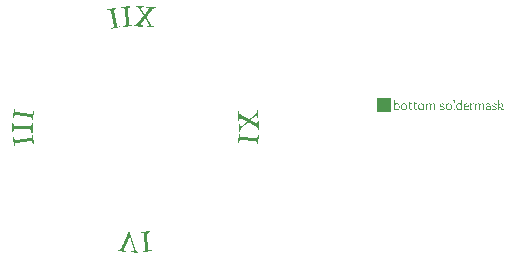
<source format=gbs>
G04                                                      *
G04 Greetings!                                           *
G04 This Gerber was generated by PCBmodE, an open source *
G04 PCB design software. Get it here:                    *
G04                                                      *
G04   http://pcbmode.com                                 *
G04                                                      *
G04 Also visit                                           *
G04                                                      *
G04   http://boldport.com                                *
G04                                                      *
G04 and follow @boldport / @pcbmode for updates!         *
G04                                                      *

G04 leading zeros omitted (L); absolute data (A); 6 integer digits and 6 fractional digits *
%FSLAX66Y66*%

G04 mode (MO): millimeters (MM) *
%MOMM*%

G04 Aperture definitions *
%ADD10C,0.001X*%
%ADD11C,0.001X*%

%LPD*%
G36*
G01X18819582Y-10227225D02*
G01X19617422Y-10294125D01*
G01X19624423Y-10208825D01*
G01X19624423Y-10208825D01*
G01X19565556Y-10200963D01*
G01X19514782Y-10191074D01*
G01X19472099Y-10179157D01*
G01X19467333Y-10177525D01*
G01X19467333Y-10177525D01*
G01X19418511Y-10147527D01*
G01X19410332Y-10121925D01*
G01X19410332Y-10121925D01*
G01X19424720Y-10084877D01*
G01X19444232Y-10049725D01*
G01X19444232Y-10049725D01*
G01X19468958Y-10010337D01*
G01X19497775Y-9968053D01*
G01X19525733Y-9929505D01*
G01X19525733Y-9929505D01*
G01X19553059Y-9893081D01*
G01X19582720Y-9853793D01*
G01X19614715Y-9811642D01*
G01X19649044Y-9766626D01*
G01X19654992Y-9758845D01*
G01X19654992Y-9758845D01*
G01X19686358Y-9717685D01*
G01X19717538Y-9677364D01*
G01X19748533Y-9637883D01*
G01X19779343Y-9599242D01*
G01X19802692Y-9570365D01*
G01X19802692Y-9570365D01*
G01X19827540Y-9609926D01*
G01X19853202Y-9651518D01*
G01X19879678Y-9695141D01*
G01X19906969Y-9740796D01*
G01X19935075Y-9788482D01*
G01X19963995Y-9838200D01*
G01X19993730Y-9889949D01*
G01X20014792Y-9926965D01*
G01X20014792Y-9926965D01*
G01X20055319Y-9999458D01*
G01X20087104Y-10059511D01*
G01X20110148Y-10107124D01*
G01X20124450Y-10142297D01*
G01X20130012Y-10165030D01*
G01X20130022Y-10168945D01*
G01X20130022Y-10168945D01*
G01X20109219Y-10212543D01*
G01X20089022Y-10224845D01*
G01X20089022Y-10224845D01*
G01X20056651Y-10232084D01*
G01X20007648Y-10235325D01*
G01X19942015Y-10234569D01*
G01X19924892Y-10233845D01*
G01X19917893Y-10319145D01*
G01X20554723Y-10372545D01*
G01X20561722Y-10287245D01*
G01X20561722Y-10287245D01*
G01X20516074Y-10278921D01*
G01X20483123Y-10272145D01*
G01X20483123Y-10272145D01*
G01X20431451Y-10256065D01*
G01X20404522Y-10242545D01*
G01X20404522Y-10242545D01*
G01X20359889Y-10210193D01*
G01X20323895Y-10176934D01*
G01X20310823Y-10162045D01*
G01X20310823Y-10162045D01*
G01X20281533Y-10123681D01*
G01X20252631Y-10080659D01*
G01X20241723Y-10063045D01*
G01X20241723Y-10063045D01*
G01X20218964Y-10025729D01*
G01X20194210Y-9985582D01*
G01X20167459Y-9942604D01*
G01X20138712Y-9896795D01*
G01X20107969Y-9848155D01*
G01X20075229Y-9796685D01*
G01X20066733Y-9783375D01*
G01X20066733Y-9783375D01*
G01X20037309Y-9736755D01*
G01X20008873Y-9691356D01*
G01X19981426Y-9647179D01*
G01X19954966Y-9604222D01*
G01X19929495Y-9562487D01*
G01X19905013Y-9521972D01*
G01X19881518Y-9482679D01*
G01X19878242Y-9477165D01*
G01X19878242Y-9477165D01*
G01X19904397Y-9445048D01*
G01X19932747Y-9410329D01*
G01X19963295Y-9373008D01*
G01X19996038Y-9333085D01*
G01X20030978Y-9290560D01*
G01X20068115Y-9245433D01*
G01X20077742Y-9233745D01*
G01X20077742Y-9233745D01*
G01X20109565Y-9194832D01*
G01X20141937Y-9155228D01*
G01X20174858Y-9114935D01*
G01X20208327Y-9073953D01*
G01X20242346Y-9032280D01*
G01X20276913Y-8989917D01*
G01X20312030Y-8946865D01*
G01X20336662Y-8916655D01*
G01X20336662Y-8916655D01*
G01X20376119Y-8869666D01*
G01X20408648Y-8834371D01*
G01X20427363Y-8816565D01*
G01X20427363Y-8816565D01*
G01X20466258Y-8788874D01*
G01X20509963Y-8769065D01*
G01X20509963Y-8769065D01*
G01X20553907Y-8758949D01*
G01X20592163Y-8755365D01*
G01X20592163Y-8755365D01*
G01X20647578Y-8751943D01*
G01X20673562Y-8751365D01*
G01X20680563Y-8666065D01*
G01X19891133Y-8599865D01*
G01X19884132Y-8685165D01*
G01X19884132Y-8685165D01*
G01X19931957Y-8692247D01*
G01X19980909Y-8702611D01*
G01X20028012Y-8715365D01*
G01X20028012Y-8715365D01*
G01X20085044Y-8740783D01*
G01X20098713Y-8767265D01*
G01X20098713Y-8767265D01*
G01X20085359Y-8804612D01*
G01X20061912Y-8845265D01*
G01X20061912Y-8845265D01*
G01X20035366Y-8885107D01*
G01X20005839Y-8926872D01*
G01X19980812Y-8960685D01*
G01X19980812Y-8960685D01*
G01X19952237Y-8998827D01*
G01X19921841Y-9039244D01*
G01X19889625Y-9081938D01*
G01X19874592Y-9101815D01*
G01X19874592Y-9101815D01*
G01X19847643Y-9136997D01*
G01X19818274Y-9174430D01*
G01X19786487Y-9214115D01*
G01X19752280Y-9256052D01*
G01X19732602Y-9279875D01*
G01X19732602Y-9279875D01*
G01X19701887Y-9229780D01*
G01X19672329Y-9181008D01*
G01X19643928Y-9133560D01*
G01X19616684Y-9087435D01*
G01X19590597Y-9042634D01*
G01X19565666Y-8999157D01*
G01X19541893Y-8957003D01*
G01X19526112Y-8928595D01*
G01X19526112Y-8928595D01*
G01X19491257Y-8862715D01*
G01X19465902Y-8808641D01*
G01X19450048Y-8766374D01*
G01X19443695Y-8735913D01*
G01X19443713Y-8728085D01*
G01X19443713Y-8728085D01*
G01X19466372Y-8688344D01*
G01X19494112Y-8675485D01*
G01X19494112Y-8675485D01*
G01X19531149Y-8668062D01*
G01X19581539Y-8664668D01*
G01X19645282Y-8665303D01*
G01X19647423Y-8665385D01*
G01X19654422Y-8580085D01*
G01X19018792Y-8526785D01*
G01X19011792Y-8612085D01*
G01X19011792Y-8612085D01*
G01X19056889Y-8620419D01*
G01X19090293Y-8628385D01*
G01X19090293Y-8628385D01*
G01X19141424Y-8643985D01*
G01X19168993Y-8656785D01*
G01X19168993Y-8656785D01*
G01X19215655Y-8688256D01*
G01X19250044Y-8720539D01*
G01X19257292Y-8729485D01*
G01X19257292Y-8729485D01*
G01X19281320Y-8763673D01*
G01X19311128Y-8807894D01*
G01X19330492Y-8837265D01*
G01X19330492Y-8837265D01*
G01X19359251Y-8881635D01*
G01X19387252Y-8925101D01*
G01X19414494Y-8967664D01*
G01X19440978Y-9009322D01*
G01X19466703Y-9050076D01*
G01X19488772Y-9085285D01*
G01X19488772Y-9085285D01*
G01X19512380Y-9123355D01*
G01X19537508Y-9164030D01*
G01X19564155Y-9207309D01*
G01X19592321Y-9253193D01*
G01X19622008Y-9301682D01*
G01X19653214Y-9352775D01*
G01X19661252Y-9365955D01*
G01X19661252Y-9365955D01*
G01X19630636Y-9402747D01*
G01X19599050Y-9440928D01*
G01X19566492Y-9480498D01*
G01X19532965Y-9521456D01*
G01X19498466Y-9563804D01*
G01X19462997Y-9607540D01*
G01X19426557Y-9652665D01*
G01X19421273Y-9659225D01*
G01X19421273Y-9659225D01*
G01X19386749Y-9701681D01*
G01X19352636Y-9743641D01*
G01X19318933Y-9785103D01*
G01X19285640Y-9826067D01*
G01X19252756Y-9866535D01*
G01X19220283Y-9906505D01*
G01X19188220Y-9945979D01*
G01X19166262Y-9973015D01*
G01X19166262Y-9973015D01*
G01X19132993Y-10010890D01*
G01X19096719Y-10047148D01*
G01X19072263Y-10069215D01*
G01X19072263Y-10069215D01*
G01X19026151Y-10105492D01*
G01X18989931Y-10128084D01*
G01X18988663Y-10128715D01*
G01X18988663Y-10128715D01*
G01X18944180Y-10141343D01*
G01X18909962Y-10143915D01*
G01X18909962Y-10143915D01*
G01X18855367Y-10142919D01*
G01X18826663Y-10141915D01*
G37*
G36*
G01X17914507Y-10333000D02*
G01X18682537Y-10271400D01*
G01X18675538Y-10186100D01*
G01X18675538Y-10186100D01*
G01X18631844Y-10186290D01*
G01X18581238Y-10186410D01*
G01X18581238Y-10186410D01*
G01X18522498Y-10184195D01*
G01X18493537Y-10179410D01*
G01X18493537Y-10179410D01*
G01X18446951Y-10156256D01*
G01X18432437Y-10142010D01*
G01X18432437Y-10142010D01*
G01X18413212Y-10099504D01*
G01X18408337Y-10067710D01*
G01X18309137Y-8832130D01*
G01X18309137Y-8832130D01*
G01X18311798Y-8779756D01*
G01X18317138Y-8761330D01*
G01X18317138Y-8761330D01*
G01X18344799Y-8726829D01*
G01X18375737Y-8708230D01*
G01X18375737Y-8708230D01*
G01X18418181Y-8690117D01*
G01X18464938Y-8674430D01*
G01X18464938Y-8674430D01*
G01X18518559Y-8658607D01*
G01X18552637Y-8651630D01*
G01X18545638Y-8566330D01*
G01X17777607Y-8628030D01*
G01X17784607Y-8713330D01*
G01X17784607Y-8713330D01*
G01X17831168Y-8712972D01*
G01X17874308Y-8715330D01*
G01X17874308Y-8715330D01*
G01X17927935Y-8720445D01*
G01X17966007Y-8727330D01*
G01X17966007Y-8727330D01*
G01X18013664Y-8748995D01*
G01X18031108Y-8769230D01*
G01X18031108Y-8769230D01*
G01X18048762Y-8814854D01*
G01X18052508Y-8840130D01*
G01X18151608Y-10074500D01*
G01X18151608Y-10074500D01*
G01X18147780Y-10125209D01*
G01X18140507Y-10146800D01*
G01X18140507Y-10146800D01*
G01X18110299Y-10182983D01*
G01X18084308Y-10199700D01*
G01X18084308Y-10199700D01*
G01X18044606Y-10215129D01*
G01X18004307Y-10227900D01*
G01X18004307Y-10227900D01*
G01X17950845Y-10240797D01*
G01X17907908Y-10247700D01*
G37*
G36*
G01X16930512Y-10514080D02*
G01X17685972Y-10362600D01*
G01X17669172Y-10278700D01*
G01X17669172Y-10278700D01*
G01X17625782Y-10284011D01*
G01X17575572Y-10290100D01*
G01X17575572Y-10290100D01*
G01X17516981Y-10294506D01*
G01X17487572Y-10293100D01*
G01X17487572Y-10293100D01*
G01X17438616Y-10275395D01*
G01X17422573Y-10263100D01*
G01X17422573Y-10263100D01*
G01X17398488Y-10223184D01*
G01X17389872Y-10192200D01*
G01X17146172Y-8976850D01*
G01X17146172Y-8976850D01*
G01X17142450Y-8924574D01*
G01X17145432Y-8905650D01*
G01X17145432Y-8905650D01*
G01X17168720Y-8868133D01*
G01X17197433Y-8846050D01*
G01X17197433Y-8846050D01*
G01X17237438Y-8823079D01*
G01X17282032Y-8802050D01*
G01X17282032Y-8802050D01*
G01X17333436Y-8780053D01*
G01X17366432Y-8769150D01*
G01X17349632Y-8685250D01*
G01X16594172Y-8836740D01*
G01X16610972Y-8920640D01*
G01X16610972Y-8920640D01*
G01X16657193Y-8915174D01*
G01X16700373Y-8912640D01*
G01X16700373Y-8912640D01*
G01X16753328Y-8911441D01*
G01X16792873Y-8913640D01*
G01X16792873Y-8913640D01*
G01X16842741Y-8929466D01*
G01X16862372Y-8947640D01*
G01X16862372Y-8947640D01*
G01X16885300Y-8990856D01*
G01X16891973Y-9015540D01*
G01X17135442Y-10229710D01*
G01X17135442Y-10229710D01*
G01X17137537Y-10280484D01*
G01X17132442Y-10302810D01*
G01X17132442Y-10302810D01*
G01X17106689Y-10342270D01*
G01X17082843Y-10361910D01*
G01X17082843Y-10361910D01*
G01X17045273Y-10381896D01*
G01X17006743Y-10399310D01*
G01X17006743Y-10399310D01*
G01X16955160Y-10418369D01*
G01X16913342Y-10430310D01*
G37*
G36*
G01X10286922Y-18245360D02*
G01X10389442Y-17481710D01*
G01X10304543Y-17470310D01*
G01X10304543Y-17470310D01*
G01X10295320Y-17513043D01*
G01X10284842Y-17562510D01*
G01X10284842Y-17562510D01*
G01X10270055Y-17619393D01*
G01X10258942Y-17646610D01*
G01X10258942Y-17646610D01*
G01X10226477Y-17687224D01*
G01X10209442Y-17698310D01*
G01X10209442Y-17698310D01*
G01X10163839Y-17708130D01*
G01X10131742Y-17706310D01*
G01X8903223Y-17541370D01*
G01X8903223Y-17541370D01*
G01X8852592Y-17527825D01*
G01X8835722Y-17518870D01*
G01X8835722Y-17518870D01*
G01X8807863Y-17484490D01*
G01X8796223Y-17450270D01*
G01X8796223Y-17450270D01*
G01X8787280Y-17404921D01*
G01X8782122Y-17355870D01*
G01X8782122Y-17355870D01*
G01X8777911Y-17300139D01*
G01X8778123Y-17265370D01*
G01X8693222Y-17253970D01*
G01X8590703Y-18017610D01*
G01X8675603Y-18029010D01*
G01X8675603Y-18029010D01*
G01X8685270Y-17983511D01*
G01X8697002Y-17941910D01*
G01X8697002Y-17941910D01*
G01X8713105Y-17891473D01*
G01X8728203Y-17854810D01*
G01X8728203Y-17854810D01*
G01X8759463Y-17812820D01*
G01X8783003Y-17800110D01*
G01X8783003Y-17800110D01*
G01X8831299Y-17792464D01*
G01X8856803Y-17794110D01*
G01X10084122Y-17958880D01*
G01X10084122Y-17958880D01*
G01X10132851Y-17973171D01*
G01X10152423Y-17985080D01*
G01X10152423Y-17985080D01*
G01X10181397Y-18022287D01*
G01X10192222Y-18051280D01*
G01X10192222Y-18051280D01*
G01X10198815Y-18093362D01*
G01X10202822Y-18135480D01*
G01X10202822Y-18135480D01*
G01X10204062Y-18190462D01*
G01X10201823Y-18233880D01*
G37*
G36*
G01X10249107Y-19268805D02*
G01X10262108Y-18498425D01*
G01X10176507Y-18497425D01*
G01X10176507Y-18497425D01*
G01X10172393Y-18540952D01*
G01X10167507Y-18591325D01*
G01X10167507Y-18591325D01*
G01X10159400Y-18649560D01*
G01X10151608Y-18677925D01*
G01X10151608Y-18677925D01*
G01X10124067Y-18722056D01*
G01X10108408Y-18735125D01*
G01X10108408Y-18735125D01*
G01X10064253Y-18750116D01*
G01X10032108Y-18751925D01*
G01X8792737Y-18731025D01*
G01X8792737Y-18731025D01*
G01X8740861Y-18723671D01*
G01X8723038Y-18716625D01*
G01X8723038Y-18716625D01*
G01X8691370Y-18685713D01*
G01X8675838Y-18653125D01*
G01X8675838Y-18653125D01*
G01X8661890Y-18609120D01*
G01X8650837Y-18561025D01*
G01X8650837Y-18561025D01*
G01X8640323Y-18506100D01*
G01X8636638Y-18471525D01*
G01X8551037Y-18470525D01*
G01X8538037Y-19240915D01*
G01X8623637Y-19241915D01*
G01X8623637Y-19241915D01*
G01X8628135Y-19195543D01*
G01X8634837Y-19152815D01*
G01X8634837Y-19152815D01*
G01X8645089Y-19099968D01*
G01X8655637Y-19062715D01*
G01X8655637Y-19062715D01*
G01X8681815Y-19017364D01*
G01X8703738Y-19002015D01*
G01X8703738Y-19002015D01*
G01X8750832Y-18988829D01*
G01X8776338Y-18987515D01*
G01X10014508Y-19008415D01*
G01X10014508Y-19008415D01*
G01X10064566Y-19017076D01*
G01X10085308Y-19026515D01*
G01X10085308Y-19026515D01*
G01X10118372Y-19060112D01*
G01X10132507Y-19087615D01*
G01X10132507Y-19087615D01*
G01X10143928Y-19128601D01*
G01X10152807Y-19169915D01*
G01X10152807Y-19169915D01*
G01X10160511Y-19224417D01*
G01X10163208Y-19267815D01*
G37*
G36*
G01X10360347Y-20236450D02*
G01X10282848Y-19469860D01*
G01X10197648Y-19478860D01*
G01X10197648Y-19478860D01*
G01X10198668Y-19522554D01*
G01X10199647Y-19573160D01*
G01X10199647Y-19573160D01*
G01X10198188Y-19631932D01*
G01X10193648Y-19660960D01*
G01X10193648Y-19660960D01*
G01X10171450Y-19708008D01*
G01X10157447Y-19722760D01*
G01X10157447Y-19722760D01*
G01X10115330Y-19742830D01*
G01X10083647Y-19748360D01*
G01X8850397Y-19873080D01*
G01X8850397Y-19873080D01*
G01X8798016Y-19871820D01*
G01X8779497Y-19867080D01*
G01X8779497Y-19867080D01*
G01X8744441Y-19840124D01*
G01X8725198Y-19809580D01*
G01X8725198Y-19809580D01*
G01X8706230Y-19767532D01*
G01X8689597Y-19721080D01*
G01X8689597Y-19721080D01*
G01X8672717Y-19667813D01*
G01X8664998Y-19633880D01*
G01X8579797Y-19642880D01*
G01X8657298Y-20409470D01*
G01X8742498Y-20400470D01*
G01X8742498Y-20400470D01*
G01X8741214Y-20353959D01*
G01X8743118Y-20310770D01*
G01X8743118Y-20310770D01*
G01X8747163Y-20257082D01*
G01X8753217Y-20218870D01*
G01X8753217Y-20218870D01*
G01X8773994Y-20170803D01*
G01X8793817Y-20152970D01*
G01X8793817Y-20152970D01*
G01X8839040Y-20134333D01*
G01X8864218Y-20130070D01*
G01X10096277Y-20005470D01*
G01X10096277Y-20005470D01*
G01X10147035Y-20008353D01*
G01X10168777Y-20015470D01*
G01X10168777Y-20015470D01*
G01X10205590Y-20044951D01*
G01X10222877Y-20070570D01*
G01X10222877Y-20070570D01*
G01X10239105Y-20109917D01*
G01X10252678Y-20149970D01*
G01X10252678Y-20149970D01*
G01X10266644Y-20203178D01*
G01X10274477Y-20245970D01*
G37*
G36*
G01X19212532Y-29368955D02*
G01X19212532Y-29368955D01*
G01X19166691Y-29359436D01*
G01X19137632Y-29349655D01*
G01X19137632Y-29349655D01*
G01X19088881Y-29328896D01*
G01X19066132Y-29314855D01*
G01X19066132Y-29314855D01*
G01X19028529Y-29280816D01*
G01X19004133Y-29245655D01*
G01X19004133Y-29245655D01*
G01X18983700Y-29202689D01*
G01X18963682Y-29153088D01*
G01X18962032Y-29148655D01*
G01X18962032Y-29148655D01*
G01X18950677Y-29115808D01*
G01X18938466Y-29080152D01*
G01X18925401Y-29041689D01*
G01X18911480Y-29000418D01*
G01X18896704Y-28956338D01*
G01X18881074Y-28909451D01*
G01X18864588Y-28859755D01*
G01X18847247Y-28807251D01*
G01X18829051Y-28751940D01*
G01X18810001Y-28693820D01*
G01X18790095Y-28632892D01*
G01X18769334Y-28569156D01*
G01X18758633Y-28536235D01*
G01X18758633Y-28536235D01*
G01X18742384Y-28486343D01*
G01X18726083Y-28436196D01*
G01X18709729Y-28385792D01*
G01X18693321Y-28335134D01*
G01X18676860Y-28284219D01*
G01X18660346Y-28233049D01*
G01X18643779Y-28181623D01*
G01X18627159Y-28129942D01*
G01X18610486Y-28078004D01*
G01X18593760Y-28025811D01*
G01X18576980Y-27973363D01*
G01X18560148Y-27920659D01*
G01X18543262Y-27867699D01*
G01X18526323Y-27814483D01*
G01X18509331Y-27761012D01*
G01X18492285Y-27707285D01*
G01X18480892Y-27671325D01*
G01X18380993Y-27665325D01*
G01X18380993Y-27665325D01*
G01X18356649Y-27719748D01*
G01X18332408Y-27773933D01*
G01X18308269Y-27827882D01*
G01X18284232Y-27881593D01*
G01X18260297Y-27935067D01*
G01X18236465Y-27988304D01*
G01X18212736Y-28041305D01*
G01X18189108Y-28094068D01*
G01X18165583Y-28146593D01*
G01X18142160Y-28198882D01*
G01X18118840Y-28250934D01*
G01X18095621Y-28302748D01*
G01X18072505Y-28354326D01*
G01X18049492Y-28405666D01*
G01X18026581Y-28456770D01*
G01X18003772Y-28507636D01*
G01X17988623Y-28541415D01*
G01X17988623Y-28541415D01*
G01X17955573Y-28615084D01*
G01X17924492Y-28684320D01*
G01X17895380Y-28749121D01*
G01X17868238Y-28809488D01*
G01X17843064Y-28865422D01*
G01X17819860Y-28916921D01*
G01X17798625Y-28963987D01*
G01X17779359Y-29006619D01*
G01X17762062Y-29044816D01*
G01X17746734Y-29078580D01*
G01X17733375Y-29107910D01*
G01X17732012Y-29110895D01*
G01X17732012Y-29110895D01*
G01X17705828Y-29154456D01*
G01X17689312Y-29173395D01*
G01X17689312Y-29173395D01*
G01X17652652Y-29204499D01*
G01X17622013Y-29223395D01*
G01X17622013Y-29223395D01*
G01X17576086Y-29242278D01*
G01X17547912Y-29248795D01*
G01X17547912Y-29248795D01*
G01X17496694Y-29255924D01*
G01X17473613Y-29256795D01*
G01X17467613Y-29342195D01*
G01X18173942Y-29387695D01*
G01X18179942Y-29302295D01*
G01X18179942Y-29302295D01*
G01X18123674Y-29294569D01*
G01X18073537Y-29285384D01*
G01X18029530Y-29274740D01*
G01X18028292Y-29274395D01*
G01X18028292Y-29274395D01*
G01X17978229Y-29247815D01*
G01X17969893Y-29223495D01*
G01X17969893Y-29223495D01*
G01X17976893Y-29192495D01*
G01X17976893Y-29192495D01*
G01X17987192Y-29164195D01*
G01X17987192Y-29164195D01*
G01X18001837Y-29131821D01*
G01X18018679Y-29094524D01*
G01X18037719Y-29052304D01*
G01X18058955Y-29005162D01*
G01X18082389Y-28953097D01*
G01X18108021Y-28896110D01*
G01X18135849Y-28834200D01*
G01X18156402Y-28788455D01*
G01X18156402Y-28788455D01*
G01X18173268Y-28751045D01*
G01X18191102Y-28711470D01*
G01X18209904Y-28669732D01*
G01X18229675Y-28625831D01*
G01X18250414Y-28579765D01*
G01X18272121Y-28531536D01*
G01X18294797Y-28481143D01*
G01X18318441Y-28428586D01*
G01X18343053Y-28373866D01*
G01X18368633Y-28316982D01*
G01X18395182Y-28257934D01*
G01X18422700Y-28196722D01*
G01X18451185Y-28133347D01*
G01X18480639Y-28067808D01*
G01X18489232Y-28048685D01*
G01X18489232Y-28048685D01*
G01X18503293Y-28090483D01*
G01X18517717Y-28133615D01*
G01X18532506Y-28178083D01*
G01X18547659Y-28223885D01*
G01X18563177Y-28271023D01*
G01X18579059Y-28319496D01*
G01X18595305Y-28369304D01*
G01X18611915Y-28420446D01*
G01X18628890Y-28472924D01*
G01X18646229Y-28526737D01*
G01X18663933Y-28581885D01*
G01X18665923Y-28588095D01*
G01X18665923Y-28588095D01*
G01X18688876Y-28659901D01*
G01X18709929Y-28726086D01*
G01X18729081Y-28786652D01*
G01X18746332Y-28841596D01*
G01X18761682Y-28890921D01*
G01X18775132Y-28934625D01*
G01X18786681Y-28972709D01*
G01X18796329Y-29005173D01*
G01X18799122Y-29014745D01*
G01X18799122Y-29014745D01*
G01X18816986Y-29079340D01*
G01X18828849Y-29129690D01*
G01X18834712Y-29165794D01*
G01X18835023Y-29169305D01*
G01X18835023Y-29169305D01*
G01X18838592Y-29222921D01*
G01X18838023Y-29238405D01*
G01X18838023Y-29238405D01*
G01X18813860Y-29279809D01*
G01X18809822Y-29282505D01*
G01X18809822Y-29282505D01*
G01X18767053Y-29303551D01*
G01X18742722Y-29310805D01*
G01X18742722Y-29310805D01*
G01X18693015Y-29319887D01*
G01X18660923Y-29323705D01*
G01X18660923Y-29323705D01*
G01X18610966Y-29326585D01*
G01X18577223Y-29327705D01*
G01X18572222Y-29413105D01*
G01X19207552Y-29454005D01*
G37*
G36*
G01X20184197Y-27632525D02*
G01X19417037Y-27704125D01*
G01X19425037Y-27789325D01*
G01X19425037Y-27789325D01*
G01X19468731Y-27788434D01*
G01X19519337Y-27787325D01*
G01X19519337Y-27787325D01*
G01X19578109Y-27788828D01*
G01X19607138Y-27793325D01*
G01X19607138Y-27793325D01*
G01X19654048Y-27815841D01*
G01X19668737Y-27829925D01*
G01X19668737Y-27829925D01*
G01X19688511Y-27872170D01*
G01X19693838Y-27903925D01*
G01X19809047Y-29138105D01*
G01X19809047Y-29138105D01*
G01X19807298Y-29190486D01*
G01X19802048Y-29209005D01*
G01X19802048Y-29209005D01*
G01X19774843Y-29243869D01*
G01X19744148Y-29262805D01*
G01X19744148Y-29262805D01*
G01X19701916Y-29281476D01*
G01X19655348Y-29297705D01*
G01X19655348Y-29297705D01*
G01X19601919Y-29314169D01*
G01X19567947Y-29321605D01*
G01X19575948Y-29406805D01*
G01X20343107Y-29335205D01*
G01X20335107Y-29250005D01*
G01X20335107Y-29250005D01*
G01X20288596Y-29250677D01*
G01X20245407Y-29249005D01*
G01X20245407Y-29249005D01*
G01X20191750Y-29244748D01*
G01X20153607Y-29238205D01*
G01X20153607Y-29238205D01*
G01X20105659Y-29217184D01*
G01X20088007Y-29197105D01*
G01X20088007Y-29197105D01*
G01X20069772Y-29151704D01*
G01X20065707Y-29126505D01*
G01X19950608Y-27893525D01*
G01X19950608Y-27893525D01*
G01X19953583Y-27842813D01*
G01X19960808Y-27821125D01*
G01X19960808Y-27821125D01*
G01X19990544Y-27784563D01*
G01X20016307Y-27767525D01*
G01X20016307Y-27767525D01*
G01X20055773Y-27751555D01*
G01X20095907Y-27738325D01*
G01X20095907Y-27738325D01*
G01X20149192Y-27724740D01*
G01X20192007Y-27717225D01*
G37*
G36*
G01X27701604Y-19351000D02*
G01X27634103Y-20118530D01*
G01X27719383Y-20126530D01*
G01X27719383Y-20126530D01*
G01X27726364Y-20084336D01*
G01X27734834Y-20033430D01*
G01X27734834Y-20033430D01*
G01X27746983Y-19975944D01*
G01X27756853Y-19948230D01*
G01X27756853Y-19948230D01*
G01X27787454Y-19906136D01*
G01X27803963Y-19894230D01*
G01X27803963Y-19894230D01*
G01X27849069Y-19882372D01*
G01X27881224Y-19882830D01*
G01X29116003Y-19991430D01*
G01X29116003Y-19991430D01*
G01X29167229Y-20002567D01*
G01X29184513Y-20010730D01*
G01X29184513Y-20010730D01*
G01X29213902Y-20043767D01*
G01X29227062Y-20077430D01*
G01X29227062Y-20077430D01*
G01X29237831Y-20122305D01*
G01X29245462Y-20171030D01*
G01X29245462Y-20171030D01*
G01X29252097Y-20226551D01*
G01X29253263Y-20261330D01*
G01X29338542Y-20268330D01*
G01X29406043Y-19500800D01*
G01X29320763Y-19492800D01*
G01X29320763Y-19492800D01*
G01X29313079Y-19538680D01*
G01X29303332Y-19580800D01*
G01X29303332Y-19580800D01*
G01X29289306Y-19632786D01*
G01X29276193Y-19669200D01*
G01X29276193Y-19669200D01*
G01X29246870Y-19712562D01*
G01X29223962Y-19726300D01*
G01X29223962Y-19726300D01*
G01X29176049Y-19736000D01*
G01X29150523Y-19735300D01*
G01X27916944Y-19626810D01*
G01X27916944Y-19626810D01*
G01X27867607Y-19614869D01*
G01X27847555Y-19603810D01*
G01X27847555Y-19603810D01*
G01X27816935Y-19567934D01*
G01X27804794Y-19539510D01*
G01X27804794Y-19539510D01*
G01X27796188Y-19497782D01*
G01X27790354Y-19455910D01*
G01X27790354Y-19455910D01*
G01X27786595Y-19401028D01*
G01X27786855Y-19357510D01*
G37*
G36*
G01X27611427Y-17458985D02*
G01X27672356Y-18257305D01*
G01X27757717Y-18250305D01*
G01X27757717Y-18250305D01*
G01X27756101Y-18190915D01*
G01X27757783Y-18139209D01*
G01X27762762Y-18095187D01*
G01X27763617Y-18090225D01*
G01X27763617Y-18090225D01*
G01X27785445Y-18037243D01*
G01X27809437Y-18025025D01*
G01X27809437Y-18025025D01*
G01X27848264Y-18033291D01*
G01X27886087Y-18047025D01*
G01X27886087Y-18047025D01*
G01X27928886Y-18065136D01*
G01X27975218Y-18086848D01*
G01X28017741Y-18108325D01*
G01X28017741Y-18108325D01*
G01X28058042Y-18129505D01*
G01X28101546Y-18152535D01*
G01X28148256Y-18177413D01*
G01X28198171Y-18204141D01*
G01X28206802Y-18208775D01*
G01X28206802Y-18208775D01*
G01X28252425Y-18233160D01*
G01X28297191Y-18257512D01*
G01X28341102Y-18281830D01*
G01X28384155Y-18306115D01*
G01X28416383Y-18324595D01*
G01X28416383Y-18324595D01*
G01X28381284Y-18355432D01*
G01X28344309Y-18387393D01*
G01X28305457Y-18420479D01*
G01X28264729Y-18454689D01*
G01X28222125Y-18490024D01*
G01X28177645Y-18526483D01*
G01X28131289Y-18564067D01*
G01X28098097Y-18590745D01*
G01X28098097Y-18590745D01*
G01X28032977Y-18642292D01*
G01X27978748Y-18683230D01*
G01X27935409Y-18713560D01*
G01X27902959Y-18733280D01*
G01X27881399Y-18742391D01*
G01X27877536Y-18743025D01*
G01X27877536Y-18743025D01*
G01X27831208Y-18729264D01*
G01X27815876Y-18711425D01*
G01X27815876Y-18711425D01*
G01X27803557Y-18680637D01*
G01X27792494Y-18632790D01*
G01X27782687Y-18567882D01*
G01X27780645Y-18550865D01*
G01X27695286Y-18557865D01*
G01X27743925Y-19195085D01*
G01X27829286Y-19188085D01*
G01X27829286Y-19188085D01*
G01X27830247Y-19141694D01*
G01X27831685Y-19108085D01*
G01X27831685Y-19108085D01*
G01X27839374Y-19054505D01*
G01X27848375Y-19025785D01*
G01X27848375Y-19025785D01*
G01X27873198Y-18976589D01*
G01X27900287Y-18935764D01*
G01X27912896Y-18920485D01*
G01X27912896Y-18920485D01*
G01X27946089Y-18885449D01*
G01X27983947Y-18850059D01*
G01X27999596Y-18836485D01*
G01X27999596Y-18836485D01*
G01X28032812Y-18808075D01*
G01X28068506Y-18777245D01*
G01X28106678Y-18743994D01*
G01X28147327Y-18708323D01*
G01X28190454Y-18670232D01*
G01X28236059Y-18629721D01*
G01X28247847Y-18619215D01*
G01X28247847Y-18619215D01*
G01X28289190Y-18582745D01*
G01X28329485Y-18547445D01*
G01X28368731Y-18513315D01*
G01X28406929Y-18480355D01*
G01X28444078Y-18448566D01*
G01X28480179Y-18417946D01*
G01X28515232Y-18388497D01*
G01X28520153Y-18384385D01*
G01X28520153Y-18384385D01*
G01X28556019Y-18405074D01*
G01X28594805Y-18427525D01*
G01X28636512Y-18451737D01*
G01X28681138Y-18477711D01*
G01X28728686Y-18505447D01*
G01X28779153Y-18534945D01*
G01X28792227Y-18542595D01*
G01X28792227Y-18542595D01*
G01X28835708Y-18567822D01*
G01X28879958Y-18593481D01*
G01X28924977Y-18619570D01*
G01X28970765Y-18646091D01*
G01X29017321Y-18673042D01*
G01X29064646Y-18700424D01*
G01X29112740Y-18728237D01*
G01X29146486Y-18747745D01*
G01X29146486Y-18747745D01*
G01X29199140Y-18779219D01*
G01X29239162Y-18805711D01*
G01X29259729Y-18821345D01*
G01X29259729Y-18821345D01*
G01X29293272Y-18855334D01*
G01X29319799Y-18895345D01*
G01X29319799Y-18895345D01*
G01X29336777Y-18937177D01*
G01X29346388Y-18974345D01*
G01X29346388Y-18974345D01*
G01X29358693Y-19028495D01*
G01X29363359Y-19054045D01*
G01X29448718Y-19047045D01*
G01X29388428Y-18257145D01*
G01X29303068Y-18264145D01*
G01X29303068Y-18264145D01*
G01X29303572Y-18312492D01*
G01X29301140Y-18362469D01*
G01X29296169Y-18410995D01*
G01X29296169Y-18410995D01*
G01X29280182Y-18471298D01*
G01X29256169Y-18488995D01*
G01X29256169Y-18488995D01*
G01X29217170Y-18481929D01*
G01X29173319Y-18465095D01*
G01X29173319Y-18465095D01*
G01X29129784Y-18445256D01*
G01X29083854Y-18422747D01*
G01X29046474Y-18403395D01*
G01X29046474Y-18403395D01*
G01X29004285Y-18381270D01*
G01X28959547Y-18357698D01*
G01X28912258Y-18332680D01*
G01X28890231Y-18320995D01*
G01X28890231Y-18320995D01*
G01X28851217Y-18299967D01*
G01X28809589Y-18276922D01*
G01X28765349Y-18251861D01*
G01X28718495Y-18224784D01*
G01X28691837Y-18209165D01*
G01X28691837Y-18209165D01*
G01X28736407Y-18170867D01*
G01X28779853Y-18133922D01*
G01X28822177Y-18098330D01*
G01X28863377Y-18064090D01*
G01X28903455Y-18031203D01*
G01X28942409Y-17999669D01*
G01X28980241Y-17969488D01*
G01X29005775Y-17949385D01*
G01X29005775Y-17949385D01*
G01X29065267Y-17904477D01*
G01X29114616Y-17870834D01*
G01X29153822Y-17848455D01*
G01X29182884Y-17837340D01*
G01X29190615Y-17836115D01*
G01X29190615Y-17836115D01*
G01X29233465Y-17852242D01*
G01X29250605Y-17877515D01*
G01X29250605Y-17877515D01*
G01X29263829Y-17912881D01*
G01X29275212Y-17962085D01*
G01X29284755Y-18025129D01*
G01X29285016Y-18027255D01*
G01X29370376Y-18020255D01*
G01X29321835Y-17384245D01*
G01X29236476Y-17391245D01*
G01X29236476Y-17391245D01*
G01X29235559Y-17437116D01*
G01X29232875Y-17471345D01*
G01X29232875Y-17471345D01*
G01X29225619Y-17524265D01*
G01X29217385Y-17553545D01*
G01X29217385Y-17553545D01*
G01X29193738Y-17604587D01*
G01X29167307Y-17643664D01*
G01X29159616Y-17652245D01*
G01X29159616Y-17652245D01*
G01X29129707Y-17681417D01*
G01X29090792Y-17717919D01*
G01X29064865Y-17741745D01*
G01X29064865Y-17741745D01*
G01X29025643Y-17777211D01*
G01X28987190Y-17811779D01*
G01X28949508Y-17845451D01*
G01X28912596Y-17878225D01*
G01X28876454Y-17910103D01*
G01X28845204Y-17937485D01*
G01X28845204Y-17937485D01*
G01X28811380Y-17966857D01*
G01X28775225Y-17998143D01*
G01X28736740Y-18031341D01*
G01X28695924Y-18066452D01*
G01X28652777Y-18103475D01*
G01X28607300Y-18142412D01*
G01X28595567Y-18152445D01*
G01X28595567Y-18152445D01*
G01X28554371Y-18128080D01*
G01X28511650Y-18102976D01*
G01X28467403Y-18077134D01*
G01X28421630Y-18050553D01*
G01X28374331Y-18023233D01*
G01X28325507Y-17995175D01*
G01X28275157Y-17966379D01*
G01X28267840Y-17962205D01*
G01X28267840Y-17962205D01*
G01X28220429Y-17934881D01*
G01X28173576Y-17907882D01*
G01X28127278Y-17881208D01*
G01X28081536Y-17854860D01*
G01X28036351Y-17828838D01*
G01X27991722Y-17803141D01*
G01X27947649Y-17777769D01*
G01X27917462Y-17760395D01*
G01X27917462Y-17760395D01*
G01X27874756Y-17733560D01*
G01X27833202Y-17703520D01*
G01X27807551Y-17682895D01*
G01X27807551Y-17682895D01*
G01X27764372Y-17643153D01*
G01X27736286Y-17610949D01*
G01X27735460Y-17609795D01*
G01X27735460Y-17609795D01*
G01X27715910Y-17567845D01*
G01X27707940Y-17534495D01*
G01X27707940Y-17534495D01*
G01X27700378Y-17481239D01*
G01X27696800Y-17451895D01*
G37*
G36*
G01X39400145Y-16325000D02*
G01X40600145Y-16325000D01*
G01X40600145Y-17525000D01*
G01X39400145Y-17525000D01*
G01X39400145Y-16325000D01*
G37*
G36*
G01X40850145Y-16476758D02*
G01X40850145Y-16476758D01*
G01X40893505Y-16473242D01*
G01X40893505Y-16473242D01*
G01X40939627Y-16490811D01*
G01X40947411Y-16518946D01*
G01X40947411Y-16518946D01*
G01X40947291Y-16542061D01*
G01X40946931Y-16591156D01*
G01X40946331Y-16666231D01*
G01X40946239Y-16677442D01*
G01X40946239Y-16677442D01*
G01X40945505Y-16774262D01*
G01X40945167Y-16830763D01*
G01X40945072Y-16855552D01*
G01X40945067Y-16858789D01*
G01X40945067Y-16858789D01*
G01X40991444Y-16829896D01*
G01X41039167Y-16809637D01*
G01X41088237Y-16798013D01*
G01X41130809Y-16794922D01*
G01X41130809Y-16794922D01*
G01X41183869Y-16801039D01*
G01X41230548Y-16819391D01*
G01X41270845Y-16849977D01*
G01X41282860Y-16862891D01*
G01X41282860Y-16862891D01*
G01X41315568Y-16920499D01*
G01X41332963Y-16984369D01*
G01X41339881Y-17037879D01*
G01X41341157Y-17064408D01*
G01X41341161Y-17065039D01*
G01X41341161Y-17065039D01*
G01X41338013Y-17121019D01*
G01X41328569Y-17172944D01*
G01X41312830Y-17220813D01*
G01X41290795Y-17264627D01*
G01X41276122Y-17286817D01*
G01X41276122Y-17286817D01*
G01X41221858Y-17337276D01*
G01X41162669Y-17364112D01*
G01X41113476Y-17374784D01*
G01X41089198Y-17376752D01*
G01X41088622Y-17376758D01*
G01X41088622Y-17376758D01*
G01X41034827Y-17373166D01*
G01X40984185Y-17362391D01*
G01X40936695Y-17344432D01*
G01X40892357Y-17319290D01*
G01X40860692Y-17295313D01*
G01X40860692Y-17295313D01*
G01X40863669Y-17261938D01*
G01X40866036Y-17219469D01*
G01X40867794Y-17167906D01*
G01X40868942Y-17107250D01*
G01X40869481Y-17037500D01*
G01X40869481Y-17037500D01*
G01X40869481Y-17037500D01*
G01X40869303Y-16998423D01*
G01X40868770Y-16953707D01*
G01X40867881Y-16903352D01*
G01X40866636Y-16847358D01*
G01X40865036Y-16785725D01*
G01X40863329Y-16726660D01*
G01X40863329Y-16726660D01*
G01X40859595Y-16622258D01*
G01X40856030Y-16550481D01*
G01X40853014Y-16505914D01*
G01X40850926Y-16483145D01*
G01X40850145Y-16476758D01*
G01X40850145Y-16476758D01*
G37*
%LPC*%
G36*
G01X40943895Y-17247266D02*
G01X40943895Y-17247266D01*
G01X40987700Y-17278994D01*
G01X41034036Y-17299649D01*
G01X41082903Y-17309229D01*
G01X41099755Y-17309961D01*
G01X41099755Y-17309961D01*
G01X41150209Y-17301491D01*
G01X41190830Y-17276082D01*
G01X41217821Y-17240821D01*
G01X41217821Y-17240821D01*
G01X41243421Y-17174892D01*
G01X41254292Y-17114596D01*
G01X41256747Y-17079485D01*
G01X41256786Y-17076758D01*
G01X41256786Y-17076758D01*
G01X41252910Y-17016975D01*
G01X41241282Y-16967000D01*
G01X41221902Y-16926834D01*
G01X41213719Y-16915625D01*
G01X41213719Y-16915625D01*
G01X41155664Y-16873256D01*
G01X41111428Y-16862616D01*
G01X41105614Y-16862305D01*
G01X41103856Y-16862305D01*
G01X41103856Y-16862305D01*
G01X41055614Y-16867627D01*
G01X41009441Y-16883593D01*
G01X40965338Y-16910202D01*
G01X40946239Y-16925586D01*
G01X40946239Y-16925586D01*
G01X40946487Y-16964805D01*
G01X40946825Y-17002637D01*
G01X40946825Y-17002637D01*
G01X40947338Y-17076575D01*
G01X40947411Y-17103711D01*
G01X40947411Y-17103711D01*
G01X40947411Y-17103711D01*
G01X40946980Y-17165019D01*
G01X40945688Y-17214412D01*
G01X40943895Y-17247266D01*
G37*
%LPD*%
G36*
G01X41441356Y-17086719D02*
G01X41441356Y-17086719D01*
G01X41444844Y-17031221D01*
G01X41455309Y-16980743D01*
G01X41472750Y-16935284D01*
G01X41497167Y-16894845D01*
G01X41513427Y-16874903D01*
G01X41513427Y-16874903D01*
G01X41570785Y-16830032D01*
G01X41630168Y-16806168D01*
G01X41678211Y-16796678D01*
G01X41701549Y-16794927D01*
G01X41702098Y-16794922D01*
G01X41702098Y-16794922D01*
G01X41755980Y-16799529D01*
G01X41804563Y-16813350D01*
G01X41847848Y-16836384D01*
G01X41885833Y-16868632D01*
G01X41891649Y-16874903D01*
G01X41891649Y-16874903D01*
G01X41929364Y-16933263D01*
G01X41950821Y-16994947D01*
G01X41960605Y-17048218D01*
G01X41963302Y-17081341D01*
G01X41963427Y-17086719D01*
G01X41963427Y-17086719D01*
G01X41953782Y-17168996D01*
G01X41931835Y-17232610D01*
G01X41908066Y-17275637D01*
G01X41892954Y-17296151D01*
G01X41891649Y-17297656D01*
G01X41891649Y-17297656D01*
G01X41834285Y-17342034D01*
G01X41774609Y-17365636D01*
G01X41726204Y-17375022D01*
G01X41702653Y-17376753D01*
G01X41702098Y-17376758D01*
G01X41702098Y-17376758D01*
G01X41648695Y-17372202D01*
G01X41600421Y-17358533D01*
G01X41557277Y-17335752D01*
G01X41519263Y-17303858D01*
G01X41513427Y-17297656D01*
G01X41513427Y-17297656D01*
G01X41475557Y-17239758D01*
G01X41454013Y-17178337D01*
G01X41444189Y-17125185D01*
G01X41441481Y-17092095D01*
G01X41441356Y-17086719D01*
G37*
%LPC*%
G36*
G01X41525731Y-17069727D02*
G01X41525731Y-17069727D01*
G01X41529383Y-17124766D01*
G01X41540339Y-17174385D01*
G01X41558599Y-17218584D01*
G01X41572313Y-17241406D01*
G01X41572313Y-17241406D01*
G01X41626087Y-17289342D01*
G01X41677953Y-17307267D01*
G01X41702074Y-17309961D01*
G01X41702098Y-17309961D01*
G01X41702098Y-17309961D01*
G01X41754808Y-17303459D01*
G01X41798982Y-17283951D01*
G01X41832762Y-17253711D01*
G01X41832762Y-17253711D01*
G01X41864898Y-17192492D01*
G01X41877450Y-17134038D01*
G01X41879634Y-17104153D01*
G01X41879637Y-17103711D01*
G01X41879637Y-17103711D01*
G01X41875871Y-17048625D01*
G01X41864570Y-16998869D01*
G01X41845736Y-16954441D01*
G01X41831591Y-16931445D01*
G01X41831591Y-16931445D01*
G01X41777240Y-16883100D01*
G01X41725830Y-16865022D01*
G01X41702123Y-16862305D01*
G01X41702098Y-16862305D01*
G01X41702098Y-16862305D01*
G01X41649457Y-16868875D01*
G01X41605485Y-16888586D01*
G01X41572020Y-16919141D01*
G01X41572020Y-16919141D01*
G01X41540286Y-16980762D01*
G01X41527891Y-17039373D01*
G01X41525734Y-17069285D01*
G01X41525731Y-17069727D01*
G37*
%LPD*%
G36*
G01X42017333Y-16850000D02*
G01X42017333Y-16850000D01*
G01X42035204Y-16814844D01*
G01X42035204Y-16814844D01*
G01X42092211Y-16807279D01*
G01X42096434Y-16807227D01*
G01X42130419Y-16807227D01*
G01X42130419Y-16807227D01*
G01X42128214Y-16749942D01*
G01X42125164Y-16700102D01*
G01X42122802Y-16672461D01*
G01X42122802Y-16672461D01*
G01X42162645Y-16668946D01*
G01X42162645Y-16668946D01*
G01X42210880Y-16685399D01*
G01X42220067Y-16714649D01*
G01X42220067Y-16714649D01*
G01X42218700Y-16750428D01*
G01X42215380Y-16808399D01*
G01X42215380Y-16808399D01*
G01X42285106Y-16807996D01*
G01X42341942Y-16806787D01*
G01X42385887Y-16804773D01*
G01X42416942Y-16801953D01*
G01X42416942Y-16801953D01*
G01X42416942Y-16801953D01*
G01X42421630Y-16830078D01*
G01X42421630Y-16830078D01*
G01X42409032Y-16862305D01*
G01X42409032Y-16862305D01*
G01X42368895Y-16871680D01*
G01X42368895Y-16871680D01*
G01X42333785Y-16872326D01*
G01X42282595Y-16872716D01*
G01X42215325Y-16872852D01*
G01X42213036Y-16872852D01*
G01X42213036Y-16872852D01*
G01X42212230Y-16922545D01*
G01X42211593Y-16973212D01*
G01X42211126Y-17024851D01*
G01X42210827Y-17077464D01*
G01X42210698Y-17131050D01*
G01X42210692Y-17145313D01*
G01X42210692Y-17145313D01*
G01X42213730Y-17210412D01*
G01X42222842Y-17257211D01*
G01X42234130Y-17280957D01*
G01X42234130Y-17280957D01*
G01X42289197Y-17311067D01*
G01X42311473Y-17313477D01*
G01X42311473Y-17313477D01*
G01X42360773Y-17303272D01*
G01X42397606Y-17277149D01*
G01X42397606Y-17277149D01*
G01X42419286Y-17320508D01*
G01X42419286Y-17320508D01*
G01X42392427Y-17359009D01*
G01X42388231Y-17361231D01*
G01X42388231Y-17361231D01*
G01X42326523Y-17376092D01*
G01X42312645Y-17376758D01*
G01X42312645Y-17376758D01*
G01X42254865Y-17370878D01*
G01X42209025Y-17353238D01*
G01X42175125Y-17323838D01*
G01X42171727Y-17319336D01*
G01X42171727Y-17319336D01*
G01X42145837Y-17261490D01*
G01X42133938Y-17199443D01*
G01X42130588Y-17155731D01*
G01X42130419Y-17147656D01*
G01X42130419Y-17147656D01*
G01X42131225Y-17070783D01*
G01X42131862Y-17005375D01*
G01X42132329Y-16951431D01*
G01X42132627Y-16908951D01*
G01X42132757Y-16877936D01*
G01X42132762Y-16871680D01*
G01X42132762Y-16871680D01*
G01X42108360Y-16873460D01*
G01X42041479Y-16878799D01*
G01X42020848Y-16880469D01*
G01X42020848Y-16880469D01*
G01X42017333Y-16850000D01*
G37*
G36*
G01X42439208Y-16850000D02*
G01X42439208Y-16850000D01*
G01X42457079Y-16814844D01*
G01X42457079Y-16814844D01*
G01X42514086Y-16807279D01*
G01X42518309Y-16807227D01*
G01X42552294Y-16807227D01*
G01X42552294Y-16807227D01*
G01X42550089Y-16749942D01*
G01X42547039Y-16700102D01*
G01X42544677Y-16672461D01*
G01X42544677Y-16672461D01*
G01X42584520Y-16668946D01*
G01X42584520Y-16668946D01*
G01X42632755Y-16685399D01*
G01X42641942Y-16714649D01*
G01X42641942Y-16714649D01*
G01X42640575Y-16750428D01*
G01X42637255Y-16808399D01*
G01X42637255Y-16808399D01*
G01X42706981Y-16807996D01*
G01X42763817Y-16806787D01*
G01X42807762Y-16804773D01*
G01X42838817Y-16801953D01*
G01X42838817Y-16801953D01*
G01X42838817Y-16801953D01*
G01X42843505Y-16830078D01*
G01X42843505Y-16830078D01*
G01X42830907Y-16862305D01*
G01X42830907Y-16862305D01*
G01X42790770Y-16871680D01*
G01X42790770Y-16871680D01*
G01X42755660Y-16872326D01*
G01X42704470Y-16872716D01*
G01X42637200Y-16872852D01*
G01X42634911Y-16872852D01*
G01X42634911Y-16872852D01*
G01X42634105Y-16922545D01*
G01X42633468Y-16973212D01*
G01X42633001Y-17024851D01*
G01X42632702Y-17077464D01*
G01X42632573Y-17131050D01*
G01X42632567Y-17145313D01*
G01X42632567Y-17145313D01*
G01X42635605Y-17210412D01*
G01X42644717Y-17257211D01*
G01X42656005Y-17280957D01*
G01X42656005Y-17280957D01*
G01X42711072Y-17311067D01*
G01X42733348Y-17313477D01*
G01X42733348Y-17313477D01*
G01X42782648Y-17303272D01*
G01X42819481Y-17277149D01*
G01X42819481Y-17277149D01*
G01X42841161Y-17320508D01*
G01X42841161Y-17320508D01*
G01X42814302Y-17359009D01*
G01X42810106Y-17361231D01*
G01X42810106Y-17361231D01*
G01X42748398Y-17376092D01*
G01X42734520Y-17376758D01*
G01X42734520Y-17376758D01*
G01X42676740Y-17370878D01*
G01X42630900Y-17353238D01*
G01X42597000Y-17323838D01*
G01X42593602Y-17319336D01*
G01X42593602Y-17319336D01*
G01X42567712Y-17261490D01*
G01X42555813Y-17199443D01*
G01X42552463Y-17155731D01*
G01X42552294Y-17147656D01*
G01X42552294Y-17147656D01*
G01X42553100Y-17070783D01*
G01X42553737Y-17005375D01*
G01X42554204Y-16951431D01*
G01X42554502Y-16908951D01*
G01X42554632Y-16877936D01*
G01X42554637Y-16871680D01*
G01X42554637Y-16871680D01*
G01X42530235Y-16873460D01*
G01X42463354Y-16878799D01*
G01X42442723Y-16880469D01*
G01X42442723Y-16880469D01*
G01X42439208Y-16850000D01*
G37*
G36*
G01X42914989Y-17086719D02*
G01X42914989Y-17086719D01*
G01X42918477Y-17031221D01*
G01X42928942Y-16980743D01*
G01X42946383Y-16935284D01*
G01X42970800Y-16894845D01*
G01X42987059Y-16874903D01*
G01X42987059Y-16874903D01*
G01X43044417Y-16830032D01*
G01X43103801Y-16806168D01*
G01X43151844Y-16796678D01*
G01X43175182Y-16794927D01*
G01X43175731Y-16794922D01*
G01X43175731Y-16794922D01*
G01X43229613Y-16799529D01*
G01X43278196Y-16813350D01*
G01X43321481Y-16836384D01*
G01X43359466Y-16868632D01*
G01X43365282Y-16874903D01*
G01X43365282Y-16874903D01*
G01X43402997Y-16933263D01*
G01X43424454Y-16994947D01*
G01X43434238Y-17048218D01*
G01X43436935Y-17081341D01*
G01X43437059Y-17086719D01*
G01X43437059Y-17086719D01*
G01X43427415Y-17168996D01*
G01X43405468Y-17232610D01*
G01X43381699Y-17275637D01*
G01X43366587Y-17296151D01*
G01X43365282Y-17297656D01*
G01X43365282Y-17297656D01*
G01X43307918Y-17342034D01*
G01X43248242Y-17365636D01*
G01X43199836Y-17375022D01*
G01X43176286Y-17376753D01*
G01X43175731Y-17376758D01*
G01X43175731Y-17376758D01*
G01X43122327Y-17372202D01*
G01X43074054Y-17358533D01*
G01X43030910Y-17335752D01*
G01X42992896Y-17303858D01*
G01X42987059Y-17297656D01*
G01X42987059Y-17297656D01*
G01X42949190Y-17239758D01*
G01X42927646Y-17178337D01*
G01X42917822Y-17125185D01*
G01X42915114Y-17092095D01*
G01X42914989Y-17086719D01*
G37*
%LPC*%
G36*
G01X42999364Y-17069727D02*
G01X42999364Y-17069727D01*
G01X43003016Y-17124766D01*
G01X43013972Y-17174385D01*
G01X43032232Y-17218584D01*
G01X43045946Y-17241406D01*
G01X43045946Y-17241406D01*
G01X43099720Y-17289342D01*
G01X43151586Y-17307267D01*
G01X43175706Y-17309961D01*
G01X43175731Y-17309961D01*
G01X43175731Y-17309961D01*
G01X43228441Y-17303459D01*
G01X43272615Y-17283951D01*
G01X43306395Y-17253711D01*
G01X43306395Y-17253711D01*
G01X43338531Y-17192492D01*
G01X43351083Y-17134038D01*
G01X43353267Y-17104153D01*
G01X43353270Y-17103711D01*
G01X43353270Y-17103711D01*
G01X43349503Y-17048625D01*
G01X43338203Y-16998869D01*
G01X43319368Y-16954441D01*
G01X43305223Y-16931445D01*
G01X43305223Y-16931445D01*
G01X43250873Y-16883100D01*
G01X43199463Y-16865022D01*
G01X43175756Y-16862305D01*
G01X43175731Y-16862305D01*
G01X43175731Y-16862305D01*
G01X43123090Y-16868875D01*
G01X43079118Y-16888586D01*
G01X43045653Y-16919141D01*
G01X43045653Y-16919141D01*
G01X43013919Y-16980762D01*
G01X43001524Y-17039373D01*
G01X42999367Y-17069285D01*
G01X42999364Y-17069727D01*
G37*
%LPD*%
G36*
G01X43563036Y-16813086D02*
G01X43563036Y-16813086D01*
G01X43606395Y-16803711D01*
G01X43606395Y-16803711D01*
G01X43649819Y-16821139D01*
G01X43661473Y-16863477D01*
G01X43661473Y-16863477D01*
G01X43702050Y-16836231D01*
G01X43749950Y-16814258D01*
G01X43749950Y-16814258D01*
G01X43749950Y-16814258D01*
G01X43819091Y-16797339D01*
G01X43849559Y-16794922D01*
G01X43849559Y-16794922D01*
G01X43849559Y-16794922D01*
G01X43904760Y-16802411D01*
G01X43947573Y-16824878D01*
G01X43977997Y-16862323D01*
G01X43983153Y-16872852D01*
G01X43983153Y-16872852D01*
G01X44019206Y-16844630D01*
G01X44066778Y-16820550D01*
G01X44073680Y-16817774D01*
G01X44073680Y-16817774D01*
G01X44144208Y-16798724D01*
G01X44182042Y-16794945D01*
G01X44183544Y-16794922D01*
G01X44183544Y-16794922D01*
G01X44236070Y-16802693D01*
G01X44279182Y-16826004D01*
G01X44289305Y-16835059D01*
G01X44289305Y-16835059D01*
G01X44319845Y-16892715D01*
G01X44329312Y-16948621D01*
G01X44330028Y-16964258D01*
G01X44330028Y-16964258D01*
G01X44329338Y-16994474D01*
G01X44327977Y-17050684D01*
G01X44327977Y-17050684D01*
G01X44326369Y-17131867D01*
G01X44325943Y-17172943D01*
G01X44325927Y-17178125D01*
G01X44325927Y-17178125D01*
G01X44327534Y-17236735D01*
G01X44332358Y-17289189D01*
G01X44340397Y-17335487D01*
G01X44346434Y-17359180D01*
G01X44346434Y-17359180D01*
G01X44299559Y-17368555D01*
G01X44299559Y-17368555D01*
G01X44254735Y-17354785D01*
G01X44254735Y-17354785D01*
G01X44240966Y-17307617D01*
G01X44240966Y-17307617D01*
G01X44240966Y-17307617D01*
G01X44241303Y-17273189D01*
G01X44242317Y-17223670D01*
G01X44244006Y-17159061D01*
G01X44244481Y-17142383D01*
G01X44244481Y-17142383D01*
G01X44247031Y-17047209D01*
G01X44247902Y-17004964D01*
G01X44247997Y-16996485D01*
G01X44247997Y-16996485D01*
G01X44241784Y-16939939D01*
G01X44223146Y-16899184D01*
G01X44219872Y-16895117D01*
G01X44219872Y-16895117D01*
G01X44163144Y-16864251D01*
G01X44146044Y-16862305D01*
G01X44146044Y-16862305D01*
G01X44101912Y-16868386D01*
G01X44055979Y-16886630D01*
G01X44008244Y-16917037D01*
G01X43997216Y-16925586D01*
G01X43997216Y-16925586D01*
G01X43998097Y-16990422D01*
G01X43998771Y-17047609D01*
G01X43999238Y-17097148D01*
G01X43999499Y-17139038D01*
G01X43999559Y-17165821D01*
G01X43999559Y-17165821D01*
G01X44000074Y-17224077D01*
G01X44001619Y-17277580D01*
G01X44004194Y-17326330D01*
G01X44007177Y-17363867D01*
G01X44007177Y-17363867D01*
G01X43966161Y-17367383D01*
G01X43966161Y-17367383D01*
G01X43920039Y-17349815D01*
G01X43912255Y-17321680D01*
G01X43912255Y-17321680D01*
G01X43914012Y-17273340D01*
G01X43914012Y-17273340D01*
G01X43915874Y-17209405D01*
G01X43916855Y-17159466D01*
G01X43916942Y-17154102D01*
G01X43916942Y-17154102D01*
G01X43917746Y-17082458D01*
G01X43918059Y-17024250D01*
G01X43918114Y-16996873D01*
G01X43918114Y-16996485D01*
G01X43918114Y-16996485D01*
G01X43910984Y-16935782D01*
G01X43889595Y-16893220D01*
G01X43853947Y-16868799D01*
G01X43812645Y-16862305D01*
G01X43812645Y-16862305D01*
G01X43769128Y-16868668D01*
G01X43723583Y-16887756D01*
G01X43676012Y-16919571D01*
G01X43664989Y-16928516D01*
G01X43664989Y-16928516D01*
G01X43665907Y-16996107D01*
G01X43666598Y-17055019D01*
G01X43667062Y-17105254D01*
G01X43667299Y-17146811D01*
G01X43667333Y-17165821D01*
G01X43667333Y-17165821D01*
G01X43667808Y-17224077D01*
G01X43669234Y-17277580D01*
G01X43671611Y-17326330D01*
G01X43674364Y-17363867D01*
G01X43674364Y-17363867D01*
G01X43633934Y-17367383D01*
G01X43633934Y-17367383D01*
G01X43587812Y-17349815D01*
G01X43580028Y-17321680D01*
G01X43580028Y-17321680D01*
G01X43580980Y-17290731D01*
G01X43582958Y-17233496D01*
G01X43582958Y-17233496D01*
G01X43584925Y-17158533D01*
G01X43585727Y-17098688D01*
G01X43585886Y-17068569D01*
G01X43585887Y-17067383D01*
G01X43585887Y-17067383D01*
G01X43584973Y-16994211D01*
G01X43582231Y-16932196D01*
G01X43577661Y-16881336D01*
G01X43571262Y-16841633D01*
G01X43563036Y-16813086D01*
G01X43563036Y-16813086D01*
G37*
G36*
G01X44742528Y-17281250D02*
G01X44742528Y-17281250D01*
G01X44763923Y-17245133D01*
G01X44796434Y-17230860D01*
G01X44796434Y-17230860D01*
G01X44823470Y-17270621D01*
G01X44853563Y-17289746D01*
G01X44853563Y-17289746D01*
G01X44919715Y-17307726D01*
G01X44948778Y-17309961D01*
G01X44948778Y-17309961D01*
G01X45016287Y-17295817D01*
G01X45032274Y-17287110D01*
G01X45032274Y-17287110D01*
G01X45062590Y-17232234D01*
G01X45064208Y-17216211D01*
G01X45064208Y-17216211D01*
G01X45046245Y-17171826D01*
G01X45032274Y-17161133D01*
G01X45032274Y-17161133D01*
G01X44972158Y-17136153D01*
G01X44954930Y-17131543D01*
G01X44954930Y-17131543D01*
G01X44888352Y-17114578D01*
G01X44863817Y-17107520D01*
G01X44863817Y-17107520D01*
G01X44805457Y-17074265D01*
G01X44786180Y-17055371D01*
G01X44786180Y-17055371D01*
G01X44759001Y-16993910D01*
G01X44754254Y-16954376D01*
G01X44754247Y-16953711D01*
G01X44754247Y-16953711D01*
G01X44762710Y-16905563D01*
G01X44788098Y-16864313D01*
G01X44816063Y-16839453D01*
G01X44816063Y-16839453D01*
G01X44881008Y-16807725D01*
G01X44934951Y-16796381D01*
G01X44955809Y-16794922D01*
G01X44955809Y-16794922D01*
G01X45004912Y-16799800D01*
G01X45053221Y-16814433D01*
G01X45066259Y-16820117D01*
G01X45066259Y-16820117D01*
G01X45115182Y-16867792D01*
G01X45120458Y-16889844D01*
G01X45120458Y-16889844D01*
G01X45099062Y-16927053D01*
G01X45066552Y-16940235D01*
G01X45066552Y-16940235D01*
G01X45038757Y-16901792D01*
G01X45012352Y-16883985D01*
G01X45012352Y-16883985D01*
G01X44947957Y-16864029D01*
G01X44927098Y-16862305D01*
G01X44927098Y-16862305D01*
G01X44877135Y-16872300D01*
G01X44856200Y-16884570D01*
G01X44856200Y-16884570D01*
G01X44827124Y-16937932D01*
G01X44826317Y-16947266D01*
G01X44826317Y-16947266D01*
G01X44843804Y-16991822D01*
G01X44858251Y-17003516D01*
G01X44858251Y-17003516D01*
G01X44917566Y-17029735D01*
G01X44935594Y-17034863D01*
G01X44935594Y-17034863D01*
G01X45001196Y-17052082D01*
G01X45026708Y-17059473D01*
G01X45026708Y-17059473D01*
G01X45085841Y-17092077D01*
G01X45104344Y-17109278D01*
G01X45104344Y-17109278D01*
G01X45132286Y-17169812D01*
G01X45136278Y-17203321D01*
G01X45136278Y-17203321D01*
G01X45136278Y-17203321D01*
G01X45129200Y-17256386D01*
G01X45107965Y-17300037D01*
G01X45075048Y-17332520D01*
G01X45075048Y-17332520D01*
G01X45010732Y-17363453D01*
G01X44954477Y-17375019D01*
G01X44929467Y-17376758D01*
G01X44929442Y-17376758D01*
G01X44929442Y-17376758D01*
G01X44876147Y-17372781D01*
G01X44827590Y-17360851D01*
G01X44799364Y-17349219D01*
G01X44799364Y-17349219D01*
G01X44748060Y-17301725D01*
G01X44742528Y-17281250D01*
G37*
G36*
G01X45238817Y-17086719D02*
G01X45238817Y-17086719D01*
G01X45242305Y-17031221D01*
G01X45252770Y-16980743D01*
G01X45270211Y-16935284D01*
G01X45294628Y-16894845D01*
G01X45310887Y-16874903D01*
G01X45310887Y-16874903D01*
G01X45368246Y-16830032D01*
G01X45427629Y-16806168D01*
G01X45475672Y-16796678D01*
G01X45499010Y-16794927D01*
G01X45499559Y-16794922D01*
G01X45499559Y-16794922D01*
G01X45553441Y-16799529D01*
G01X45602024Y-16813350D01*
G01X45645309Y-16836384D01*
G01X45683294Y-16868632D01*
G01X45689110Y-16874903D01*
G01X45689110Y-16874903D01*
G01X45726825Y-16933263D01*
G01X45748282Y-16994947D01*
G01X45758066Y-17048218D01*
G01X45760763Y-17081341D01*
G01X45760887Y-17086719D01*
G01X45760887Y-17086719D01*
G01X45751243Y-17168996D01*
G01X45729296Y-17232610D01*
G01X45705527Y-17275637D01*
G01X45690415Y-17296151D01*
G01X45689110Y-17297656D01*
G01X45689110Y-17297656D01*
G01X45631746Y-17342034D01*
G01X45572070Y-17365636D01*
G01X45523665Y-17375022D01*
G01X45500114Y-17376753D01*
G01X45499559Y-17376758D01*
G01X45499559Y-17376758D01*
G01X45446156Y-17372202D01*
G01X45397882Y-17358533D01*
G01X45354738Y-17335752D01*
G01X45316724Y-17303858D01*
G01X45310887Y-17297656D01*
G01X45310887Y-17297656D01*
G01X45273018Y-17239758D01*
G01X45251474Y-17178337D01*
G01X45241650Y-17125185D01*
G01X45238942Y-17092095D01*
G01X45238817Y-17086719D01*
G37*
%LPC*%
G36*
G01X45323192Y-17069727D02*
G01X45323192Y-17069727D01*
G01X45326844Y-17124766D01*
G01X45337800Y-17174385D01*
G01X45356060Y-17218584D01*
G01X45369774Y-17241406D01*
G01X45369774Y-17241406D01*
G01X45423548Y-17289342D01*
G01X45475414Y-17307267D01*
G01X45499535Y-17309961D01*
G01X45499559Y-17309961D01*
G01X45499559Y-17309961D01*
G01X45552269Y-17303459D01*
G01X45596443Y-17283951D01*
G01X45630223Y-17253711D01*
G01X45630223Y-17253711D01*
G01X45662359Y-17192492D01*
G01X45674911Y-17134038D01*
G01X45677095Y-17104153D01*
G01X45677098Y-17103711D01*
G01X45677098Y-17103711D01*
G01X45673332Y-17048625D01*
G01X45662031Y-16998869D01*
G01X45643197Y-16954441D01*
G01X45629052Y-16931445D01*
G01X45629052Y-16931445D01*
G01X45574701Y-16883100D01*
G01X45523291Y-16865022D01*
G01X45499584Y-16862305D01*
G01X45499559Y-16862305D01*
G01X45499559Y-16862305D01*
G01X45446918Y-16868875D01*
G01X45402946Y-16888586D01*
G01X45369481Y-16919141D01*
G01X45369481Y-16919141D01*
G01X45337747Y-16980762D01*
G01X45325352Y-17039373D01*
G01X45323195Y-17069285D01*
G01X45323192Y-17069727D01*
G37*
%LPD*%
G36*
G01X45886864Y-16476758D02*
G01X45886864Y-16476758D01*
G01X45929052Y-16473242D01*
G01X45929052Y-16473242D01*
G01X45976176Y-16490811D01*
G01X45984130Y-16518946D01*
G01X45984130Y-16518946D01*
G01X45983060Y-16559589D01*
G01X45982372Y-16583106D01*
G01X45982372Y-16583106D01*
G01X45980530Y-16647525D01*
G01X45978838Y-16708741D01*
G01X45977990Y-16739969D01*
G01X45977977Y-16740430D01*
G01X45977977Y-16740430D01*
G01X45976409Y-16814936D01*
G01X45975632Y-16879009D01*
G01X45975369Y-16922454D01*
G01X45975341Y-16935547D01*
G01X45975341Y-17122461D01*
G01X45975341Y-17122461D01*
G01X45976348Y-17185781D01*
G01X45979372Y-17241866D01*
G01X45984410Y-17290715D01*
G01X45991465Y-17332330D01*
G01X45998192Y-17359180D01*
G01X45998192Y-17359180D01*
G01X45953075Y-17368555D01*
G01X45953075Y-17368555D01*
G01X45906786Y-17354199D01*
G01X45906786Y-17354199D01*
G01X45893895Y-17306446D01*
G01X45893895Y-17306446D01*
G01X45893895Y-17306446D01*
G01X45894023Y-17278682D01*
G01X45894406Y-17228649D01*
G01X45895044Y-17156347D01*
G01X45895067Y-17153809D01*
G01X45895067Y-17153809D01*
G01X45895783Y-17064596D01*
G01X45896125Y-17003343D01*
G01X45896231Y-16969946D01*
G01X45896239Y-16963086D01*
G01X45896239Y-16823633D01*
G01X45896239Y-16823633D01*
G01X45896028Y-16743661D01*
G01X45895395Y-16673551D01*
G01X45894341Y-16613302D01*
G01X45892864Y-16562914D01*
G01X45890966Y-16522388D01*
G01X45888645Y-16491723D01*
G01X45886864Y-16476758D01*
G37*
G36*
G01X46124169Y-17086719D02*
G01X46124169Y-17086719D01*
G01X46127742Y-17031651D01*
G01X46138462Y-16981433D01*
G01X46156328Y-16936065D01*
G01X46181341Y-16895546D01*
G01X46197997Y-16875488D01*
G01X46197997Y-16875488D01*
G01X46256975Y-16828911D01*
G01X46314745Y-16804993D01*
G01X46358672Y-16796181D01*
G01X46376122Y-16794922D01*
G01X46376122Y-16794922D01*
G01X46376122Y-16794922D01*
G01X46424588Y-16799663D01*
G01X46471970Y-16813888D01*
G01X46515575Y-16835938D01*
G01X46515575Y-16835938D01*
G01X46517103Y-16777823D01*
G01X46517843Y-16729360D01*
G01X46517919Y-16711133D01*
G01X46517919Y-16711133D01*
G01X46517465Y-16649114D01*
G01X46516104Y-16592993D01*
G01X46513835Y-16542771D01*
G01X46510659Y-16498448D01*
G01X46508544Y-16476758D01*
G01X46508544Y-16476758D01*
G01X46551317Y-16473242D01*
G01X46551317Y-16473242D01*
G01X46597439Y-16490811D01*
G01X46605223Y-16518946D01*
G01X46605223Y-16518946D01*
G01X46605033Y-16541874D01*
G01X46604462Y-16577704D01*
G01X46603510Y-16626438D01*
G01X46602177Y-16688075D01*
G01X46600464Y-16762615D01*
G01X46599950Y-16784375D01*
G01X46599950Y-16784375D01*
G01X46597802Y-16881055D01*
G01X46596335Y-16958568D01*
G01X46595418Y-17017908D01*
G01X46594923Y-17060069D01*
G01X46594719Y-17086044D01*
G01X46594677Y-17096827D01*
G01X46594677Y-17097266D01*
G01X46594677Y-17097266D01*
G01X46595501Y-17168401D01*
G01X46597976Y-17229510D01*
G01X46602101Y-17280593D01*
G01X46607876Y-17321650D01*
G01X46615300Y-17352680D01*
G01X46617528Y-17359180D01*
G01X46617528Y-17359180D01*
G01X46571825Y-17368555D01*
G01X46571825Y-17368555D01*
G01X46530455Y-17349812D01*
G01X46519091Y-17308789D01*
G01X46519091Y-17308789D01*
G01X46476546Y-17342495D01*
G01X46431832Y-17364768D01*
G01X46384951Y-17375609D01*
G01X46363231Y-17376758D01*
G01X46362059Y-17376758D01*
G01X46362059Y-17376758D01*
G01X46313794Y-17371213D01*
G01X46268935Y-17354577D01*
G01X46227482Y-17326850D01*
G01X46195067Y-17294727D01*
G01X46195067Y-17294727D01*
G01X46156536Y-17233219D01*
G01X46135333Y-17170167D01*
G01X46126281Y-17117976D01*
G01X46124205Y-17089051D01*
G01X46124169Y-17086719D01*
G37*
%LPC*%
G36*
G01X46208544Y-17069727D02*
G01X46208544Y-17069727D01*
G01X46212217Y-17124536D01*
G01X46223238Y-17173793D01*
G01X46241605Y-17217496D01*
G01X46258934Y-17244922D01*
G01X46258934Y-17244922D01*
G01X46315627Y-17294650D01*
G01X46364008Y-17311626D01*
G01X46380809Y-17313477D01*
G01X46380809Y-17313477D01*
G01X46426837Y-17306011D01*
G01X46471332Y-17283614D01*
G01X46514297Y-17246286D01*
G01X46515575Y-17244922D01*
G01X46515575Y-17244922D01*
G01X46514925Y-17158077D01*
G01X46514380Y-17083520D01*
G01X46513940Y-17021249D01*
G01X46513606Y-16971266D01*
G01X46513378Y-16933570D01*
G01X46513255Y-16908160D01*
G01X46513231Y-16898047D01*
G01X46513231Y-16898047D01*
G01X46464039Y-16875605D01*
G01X46416094Y-16864035D01*
G01X46389598Y-16862305D01*
G01X46389598Y-16862305D01*
G01X46336686Y-16868875D01*
G01X46291902Y-16888586D01*
G01X46257177Y-16919141D01*
G01X46257177Y-16919141D01*
G01X46223835Y-16980762D01*
G01X46210813Y-17039373D01*
G01X46208547Y-17069285D01*
G01X46208544Y-17069727D01*
G37*
%LPD*%
G36*
G01X46742919Y-17089063D02*
G01X46742919Y-17089063D01*
G01X46746446Y-17032402D01*
G01X46757027Y-16981530D01*
G01X46774663Y-16936445D01*
G01X46799353Y-16897149D01*
G01X46822899Y-16871094D01*
G01X46822899Y-16871094D01*
G01X46885984Y-16827057D01*
G01X46946788Y-16804444D01*
G01X46992597Y-16796112D01*
G01X47010692Y-16794922D01*
G01X47010692Y-16794922D01*
G01X47010692Y-16794922D01*
G01X47064011Y-16800409D01*
G01X47110015Y-16816868D01*
G01X47146630Y-16842383D01*
G01X47146630Y-16842383D01*
G01X47187514Y-16902074D01*
G01X47198361Y-16946689D01*
G01X47198778Y-16953711D01*
G01X47198778Y-16953711D01*
G01X47192150Y-17006495D01*
G01X47182079Y-17031641D01*
G01X47182079Y-17031641D01*
G01X47142570Y-17077543D01*
G01X47138427Y-17080567D01*
G01X47138427Y-17080567D01*
G01X47079309Y-17103781D01*
G01X47060497Y-17108106D01*
G01X47060497Y-17108106D01*
G01X46991283Y-17117737D01*
G01X46960302Y-17120117D01*
G01X46960302Y-17120117D01*
G01X46960302Y-17120117D01*
G01X46895149Y-17121929D01*
G01X46841280Y-17122436D01*
G01X46830809Y-17122461D01*
G01X46830809Y-17122461D01*
G01X46841011Y-17176934D01*
G01X46858867Y-17223210D01*
G01X46882665Y-17259278D01*
G01X46882665Y-17259278D01*
G01X46939470Y-17297882D01*
G01X46989173Y-17309260D01*
G01X47000731Y-17309961D01*
G01X47000731Y-17309961D01*
G01X47057046Y-17302714D01*
G01X47100086Y-17280971D01*
G01X47128466Y-17247266D01*
G01X47128466Y-17247266D01*
G01X47171322Y-17278981D01*
G01X47175927Y-17297656D01*
G01X47175927Y-17297656D01*
G01X47156309Y-17335485D01*
G01X47121434Y-17355078D01*
G01X47121434Y-17355078D01*
G01X47053441Y-17372305D01*
G01X47005641Y-17376632D01*
G01X46999559Y-17376758D01*
G01X46999559Y-17376758D01*
G01X46945598Y-17372309D01*
G01X46896801Y-17358960D01*
G01X46853167Y-17336713D01*
G01X46814696Y-17305567D01*
G01X46814696Y-17305567D01*
G01X46814696Y-17305567D01*
G01X46776981Y-17250154D01*
G01X46755524Y-17187237D01*
G01X46745740Y-17130832D01*
G01X46743043Y-17094961D01*
G01X46742919Y-17089063D01*
G37*
%LPC*%
G36*
G01X46829637Y-17062696D02*
G01X46829637Y-17062696D01*
G01X46885133Y-17062288D01*
G01X46915770Y-17061524D01*
G01X46915770Y-17061524D01*
G01X46978729Y-17055895D01*
G01X46991356Y-17054199D01*
G01X46991356Y-17054199D01*
G01X47052429Y-17039272D01*
G01X47057567Y-17037207D01*
G01X47057567Y-17037207D01*
G01X47098829Y-17006206D01*
G01X47098876Y-17006153D01*
G01X47098876Y-17006153D01*
G01X47116155Y-16956481D01*
G01X47116161Y-16956055D01*
G01X47116161Y-16956055D01*
G01X47102378Y-16909602D01*
G01X47084520Y-16889258D01*
G01X47084520Y-16889258D01*
G01X47025363Y-16863071D01*
G01X47006005Y-16861133D01*
G01X47006005Y-16861133D01*
G01X46955560Y-16867871D01*
G01X46910892Y-16888085D01*
G01X46882958Y-16910352D01*
G01X46882958Y-16910352D01*
G01X46848191Y-16966988D01*
G01X46833193Y-17026638D01*
G01X46829688Y-17061233D01*
G01X46829637Y-17062696D01*
G37*
%LPD*%
G36*
G01X47324755Y-16807227D02*
G01X47324755Y-16807227D01*
G01X47365770Y-16803711D01*
G01X47365770Y-16803711D01*
G01X47410650Y-16822191D01*
G01X47417333Y-16848828D01*
G01X47417333Y-16848828D01*
G01X47416747Y-16865235D01*
G01X47416747Y-16865235D01*
G01X47416161Y-16891016D01*
G01X47416161Y-16891016D01*
G01X47446805Y-16853284D01*
G01X47480321Y-16824512D01*
G01X47480321Y-16824512D01*
G01X47542563Y-16796961D01*
G01X47559716Y-16794922D01*
G01X47559716Y-16794922D01*
G01X47603075Y-16807520D01*
G01X47603075Y-16807520D01*
G01X47618895Y-16841797D01*
G01X47618895Y-16841797D01*
G01X47601944Y-16885976D01*
G01X47594872Y-16895703D01*
G01X47594872Y-16895703D01*
G01X47549921Y-16873860D01*
G01X47536864Y-16872852D01*
G01X47536864Y-16872852D01*
G01X47490635Y-16885405D01*
G01X47469774Y-16899219D01*
G01X47469774Y-16899219D01*
G01X47425480Y-16948903D01*
G01X47413231Y-16968946D01*
G01X47413231Y-16968946D01*
G01X47412585Y-17003673D01*
G01X47412195Y-17053714D01*
G01X47412059Y-17119070D01*
G01X47412059Y-17121289D01*
G01X47412059Y-17121289D01*
G01X47413067Y-17185439D01*
G01X47416090Y-17242043D01*
G01X47421129Y-17291101D01*
G01X47428183Y-17332615D01*
G01X47434911Y-17359180D01*
G01X47434911Y-17359180D01*
G01X47389208Y-17368555D01*
G01X47389208Y-17368555D01*
G01X47342868Y-17353337D01*
G01X47342626Y-17353028D01*
G01X47342626Y-17353028D01*
G01X47330623Y-17300868D01*
G01X47330614Y-17300000D01*
G01X47330614Y-17300000D01*
G01X47330943Y-17263786D01*
G01X47331786Y-17205371D01*
G01X47331786Y-17205371D01*
G01X47332741Y-17127329D01*
G01X47332955Y-17090347D01*
G01X47332958Y-17087891D01*
G01X47332958Y-17087891D01*
G01X47332692Y-17028117D01*
G01X47331895Y-16972407D01*
G01X47330566Y-16920759D01*
G01X47328705Y-16873173D01*
G01X47326313Y-16829651D01*
G01X47324755Y-16807227D01*
G37*
G36*
G01X47702684Y-16813086D02*
G01X47702684Y-16813086D01*
G01X47746044Y-16803711D01*
G01X47746044Y-16803711D01*
G01X47789467Y-16821139D01*
G01X47801122Y-16863477D01*
G01X47801122Y-16863477D01*
G01X47841698Y-16836231D01*
G01X47889598Y-16814258D01*
G01X47889598Y-16814258D01*
G01X47889598Y-16814258D01*
G01X47958739Y-16797339D01*
G01X47989208Y-16794922D01*
G01X47989208Y-16794922D01*
G01X47989208Y-16794922D01*
G01X48044408Y-16802411D01*
G01X48087221Y-16824878D01*
G01X48117646Y-16862323D01*
G01X48122802Y-16872852D01*
G01X48122802Y-16872852D01*
G01X48158854Y-16844630D01*
G01X48206427Y-16820550D01*
G01X48213329Y-16817774D01*
G01X48213329Y-16817774D01*
G01X48283857Y-16798724D01*
G01X48321690Y-16794945D01*
G01X48323192Y-16794922D01*
G01X48323192Y-16794922D01*
G01X48375719Y-16802693D01*
G01X48418830Y-16826004D01*
G01X48428954Y-16835059D01*
G01X48428954Y-16835059D01*
G01X48459494Y-16892715D01*
G01X48468961Y-16948621D01*
G01X48469677Y-16964258D01*
G01X48469677Y-16964258D01*
G01X48468987Y-16994474D01*
G01X48467626Y-17050684D01*
G01X48467626Y-17050684D01*
G01X48466018Y-17131867D01*
G01X48465591Y-17172943D01*
G01X48465575Y-17178125D01*
G01X48465575Y-17178125D01*
G01X48467183Y-17236735D01*
G01X48472006Y-17289189D01*
G01X48480045Y-17335487D01*
G01X48486083Y-17359180D01*
G01X48486083Y-17359180D01*
G01X48439208Y-17368555D01*
G01X48439208Y-17368555D01*
G01X48394384Y-17354785D01*
G01X48394384Y-17354785D01*
G01X48380614Y-17307617D01*
G01X48380614Y-17307617D01*
G01X48380614Y-17307617D01*
G01X48380952Y-17273189D01*
G01X48381965Y-17223670D01*
G01X48383655Y-17159061D01*
G01X48384130Y-17142383D01*
G01X48384130Y-17142383D01*
G01X48386680Y-17047209D01*
G01X48387550Y-17004964D01*
G01X48387645Y-16996485D01*
G01X48387645Y-16996485D01*
G01X48381432Y-16939939D01*
G01X48362794Y-16899184D01*
G01X48359520Y-16895117D01*
G01X48359520Y-16895117D01*
G01X48302793Y-16864251D01*
G01X48285692Y-16862305D01*
G01X48285692Y-16862305D01*
G01X48241561Y-16868386D01*
G01X48195627Y-16886630D01*
G01X48147892Y-16917037D01*
G01X48136864Y-16925586D01*
G01X48136864Y-16925586D01*
G01X48137745Y-16990422D01*
G01X48138419Y-17047609D01*
G01X48138887Y-17097148D01*
G01X48139148Y-17139038D01*
G01X48139208Y-17165821D01*
G01X48139208Y-17165821D01*
G01X48139723Y-17224077D01*
G01X48141267Y-17277580D01*
G01X48143842Y-17326330D01*
G01X48146825Y-17363867D01*
G01X48146825Y-17363867D01*
G01X48105809Y-17367383D01*
G01X48105809Y-17367383D01*
G01X48059687Y-17349815D01*
G01X48051903Y-17321680D01*
G01X48051903Y-17321680D01*
G01X48053661Y-17273340D01*
G01X48053661Y-17273340D01*
G01X48055522Y-17209405D01*
G01X48056503Y-17159466D01*
G01X48056591Y-17154102D01*
G01X48056591Y-17154102D01*
G01X48057394Y-17082458D01*
G01X48057708Y-17024250D01*
G01X48057762Y-16996873D01*
G01X48057762Y-16996485D01*
G01X48057762Y-16996485D01*
G01X48050633Y-16935782D01*
G01X48029244Y-16893220D01*
G01X47993595Y-16868799D01*
G01X47952294Y-16862305D01*
G01X47952294Y-16862305D01*
G01X47908776Y-16868668D01*
G01X47863232Y-16887756D01*
G01X47815660Y-16919571D01*
G01X47804637Y-16928516D01*
G01X47804637Y-16928516D01*
G01X47805555Y-16996107D01*
G01X47806246Y-17055019D01*
G01X47806710Y-17105254D01*
G01X47806947Y-17146811D01*
G01X47806981Y-17165821D01*
G01X47806981Y-17165821D01*
G01X47807457Y-17224077D01*
G01X47808882Y-17277580D01*
G01X47811259Y-17326330D01*
G01X47814012Y-17363867D01*
G01X47814012Y-17363867D01*
G01X47773583Y-17367383D01*
G01X47773583Y-17367383D01*
G01X47727461Y-17349815D01*
G01X47719677Y-17321680D01*
G01X47719677Y-17321680D01*
G01X47720628Y-17290731D01*
G01X47722606Y-17233496D01*
G01X47722606Y-17233496D01*
G01X47724573Y-17158533D01*
G01X47725375Y-17098688D01*
G01X47725535Y-17068569D01*
G01X47725536Y-17067383D01*
G01X47725536Y-17067383D01*
G01X47724622Y-16994211D01*
G01X47721880Y-16932196D01*
G01X47717309Y-16881336D01*
G01X47710911Y-16841633D01*
G01X47702684Y-16813086D01*
G01X47702684Y-16813086D01*
G37*
G36*
G01X48612059Y-17208008D02*
G01X48612059Y-17208008D01*
G01X48619823Y-17153268D01*
G01X48640770Y-17118067D01*
G01X48640770Y-17118067D01*
G01X48695827Y-17083286D01*
G01X48719872Y-17074414D01*
G01X48719872Y-17074414D01*
G01X48761900Y-17064610D01*
G01X48808580Y-17056336D01*
G01X48859910Y-17049595D01*
G01X48915892Y-17044384D01*
G01X48948387Y-17042188D01*
G01X48948387Y-17042188D01*
G01X48945301Y-16978537D01*
G01X48936042Y-16930318D01*
G01X48923192Y-16901270D01*
G01X48923192Y-16901270D01*
G01X48870204Y-16869521D01*
G01X48820408Y-16862412D01*
G01X48815966Y-16862305D01*
G01X48815966Y-16862305D01*
G01X48769325Y-16872194D01*
G01X48746532Y-16883692D01*
G01X48746532Y-16883692D01*
G01X48701033Y-16930288D01*
G01X48692333Y-16946094D01*
G01X48692333Y-16946094D01*
G01X48644795Y-16922107D01*
G01X48637255Y-16898047D01*
G01X48637255Y-16898047D01*
G01X48651683Y-16855860D01*
G01X48694970Y-16823047D01*
G01X48694970Y-16823047D01*
G01X48694970Y-16823047D01*
G01X48762001Y-16801955D01*
G01X48815559Y-16795416D01*
G01X48829442Y-16794922D01*
G01X48829442Y-16794922D01*
G01X48889802Y-16799302D01*
G01X48938882Y-16812442D01*
G01X48976682Y-16834342D01*
G01X48980614Y-16837696D01*
G01X48980614Y-16837696D01*
G01X49012877Y-16891612D01*
G01X49026024Y-16952647D01*
G01X49028644Y-16989067D01*
G01X49028661Y-16990625D01*
G01X49028661Y-16990625D01*
G01X49028070Y-17030078D01*
G01X49027489Y-17061231D01*
G01X49027489Y-17061231D01*
G01X49026424Y-17134393D01*
G01X49026317Y-17152930D01*
G01X49026317Y-17152930D01*
G01X49027745Y-17217676D01*
G01X49032030Y-17273633D01*
G01X49039171Y-17320801D01*
G01X49049169Y-17359180D01*
G01X49049169Y-17359180D01*
G01X49049169Y-17359180D01*
G01X49002294Y-17368555D01*
G01X49002294Y-17368555D01*
G01X48965087Y-17355957D01*
G01X48965087Y-17355957D01*
G01X48950731Y-17315821D01*
G01X48950731Y-17315821D01*
G01X48905661Y-17346899D01*
G01X48859747Y-17367008D01*
G01X48812989Y-17376149D01*
G01X48797216Y-17376758D01*
G01X48797216Y-17376758D01*
G01X48736731Y-17371291D01*
G01X48688169Y-17354888D01*
G01X48651530Y-17327551D01*
G01X48626812Y-17289278D01*
G01X48614016Y-17240071D01*
G01X48612059Y-17208008D01*
G37*
%LPC*%
G36*
G01X48696434Y-17208008D02*
G01X48696434Y-17208008D01*
G01X48706524Y-17260323D01*
G01X48727489Y-17287696D01*
G01X48727489Y-17287696D01*
G01X48787691Y-17311827D01*
G01X48806591Y-17313477D01*
G01X48806591Y-17313477D01*
G01X48857601Y-17307606D01*
G01X48903123Y-17289995D01*
G01X48943158Y-17260643D01*
G01X48944286Y-17259571D01*
G01X48944286Y-17259571D01*
G01X48943128Y-17211688D01*
G01X48943114Y-17203321D01*
G01X48943114Y-17203321D01*
G01X48944474Y-17152813D01*
G01X48947216Y-17103711D01*
G01X48947216Y-17103711D01*
G01X48896501Y-17109381D01*
G01X48895067Y-17109571D01*
G01X48895067Y-17109571D01*
G01X48847899Y-17115430D01*
G01X48847899Y-17115430D01*
G01X48803954Y-17122461D01*
G01X48803954Y-17122461D01*
G01X48768798Y-17132129D01*
G01X48768798Y-17132129D01*
G01X48737743Y-17145606D01*
G01X48737743Y-17145606D01*
G01X48716063Y-17161719D01*
G01X48716063Y-17161719D01*
G01X48700536Y-17181934D01*
G01X48700536Y-17181934D01*
G01X48696434Y-17208008D01*
G37*
%LPD*%
G36*
G01X49162841Y-17281250D02*
G01X49162841Y-17281250D01*
G01X49184236Y-17245133D01*
G01X49216747Y-17230860D01*
G01X49216747Y-17230860D01*
G01X49243782Y-17270621D01*
G01X49273876Y-17289746D01*
G01X49273876Y-17289746D01*
G01X49340028Y-17307726D01*
G01X49369091Y-17309961D01*
G01X49369091Y-17309961D01*
G01X49436599Y-17295817D01*
G01X49452587Y-17287110D01*
G01X49452587Y-17287110D01*
G01X49482903Y-17232234D01*
G01X49484520Y-17216211D01*
G01X49484520Y-17216211D01*
G01X49466558Y-17171826D01*
G01X49452587Y-17161133D01*
G01X49452587Y-17161133D01*
G01X49392470Y-17136153D01*
G01X49375243Y-17131543D01*
G01X49375243Y-17131543D01*
G01X49308665Y-17114578D01*
G01X49284130Y-17107520D01*
G01X49284130Y-17107520D01*
G01X49225769Y-17074265D01*
G01X49206493Y-17055371D01*
G01X49206493Y-17055371D01*
G01X49179314Y-16993910D01*
G01X49174566Y-16954376D01*
G01X49174559Y-16953711D01*
G01X49174559Y-16953711D01*
G01X49183022Y-16905563D01*
G01X49208410Y-16864313D01*
G01X49236376Y-16839453D01*
G01X49236376Y-16839453D01*
G01X49301320Y-16807725D01*
G01X49355263Y-16796381D01*
G01X49376122Y-16794922D01*
G01X49376122Y-16794922D01*
G01X49425225Y-16799800D01*
G01X49473534Y-16814433D01*
G01X49486571Y-16820117D01*
G01X49486571Y-16820117D01*
G01X49535495Y-16867792D01*
G01X49540770Y-16889844D01*
G01X49540770Y-16889844D01*
G01X49519375Y-16927053D01*
G01X49486864Y-16940235D01*
G01X49486864Y-16940235D01*
G01X49459070Y-16901792D01*
G01X49432665Y-16883985D01*
G01X49432665Y-16883985D01*
G01X49368269Y-16864029D01*
G01X49347411Y-16862305D01*
G01X49347411Y-16862305D01*
G01X49297447Y-16872300D01*
G01X49276512Y-16884570D01*
G01X49276512Y-16884570D01*
G01X49247436Y-16937932D01*
G01X49246630Y-16947266D01*
G01X49246630Y-16947266D01*
G01X49264116Y-16991822D01*
G01X49278563Y-17003516D01*
G01X49278563Y-17003516D01*
G01X49337879Y-17029735D01*
G01X49355907Y-17034863D01*
G01X49355907Y-17034863D01*
G01X49421508Y-17052082D01*
G01X49447020Y-17059473D01*
G01X49447020Y-17059473D01*
G01X49506154Y-17092077D01*
G01X49524657Y-17109278D01*
G01X49524657Y-17109278D01*
G01X49552599Y-17169812D01*
G01X49556591Y-17203321D01*
G01X49556591Y-17203321D01*
G01X49556591Y-17203321D01*
G01X49549512Y-17256386D01*
G01X49528278Y-17300037D01*
G01X49495360Y-17332520D01*
G01X49495360Y-17332520D01*
G01X49431045Y-17363453D01*
G01X49374790Y-17375019D01*
G01X49349780Y-17376758D01*
G01X49349755Y-17376758D01*
G01X49349755Y-17376758D01*
G01X49296460Y-17372781D01*
G01X49247903Y-17360851D01*
G01X49219677Y-17349219D01*
G01X49219677Y-17349219D01*
G01X49168373Y-17301725D01*
G01X49162841Y-17281250D01*
G37*
G36*
G01X49677294Y-16476758D02*
G01X49677294Y-16476758D01*
G01X49719481Y-16473242D01*
G01X49719481Y-16473242D01*
G01X49766606Y-16490811D01*
G01X49774559Y-16518946D01*
G01X49774559Y-16518946D01*
G01X49773104Y-16565324D01*
G01X49772802Y-16574024D01*
G01X49772802Y-16574024D01*
G01X49770610Y-16639412D01*
G01X49768814Y-16695094D01*
G01X49768407Y-16707910D01*
G01X49768407Y-16707910D01*
G01X49766675Y-16780866D01*
G01X49765939Y-16840358D01*
G01X49765773Y-16872766D01*
G01X49765770Y-16875196D01*
G01X49765770Y-16875196D01*
G01X49809130Y-16840076D01*
G01X49854247Y-16814990D01*
G01X49901122Y-16799939D01*
G01X49949755Y-16794922D01*
G01X49949755Y-16794922D01*
G01X49949755Y-16794922D01*
G01X50004881Y-16801428D01*
G01X50048688Y-16820945D01*
G01X50068407Y-16837696D01*
G01X50068407Y-16837696D01*
G01X50101978Y-16898449D01*
G01X50109059Y-16940036D01*
G01X50109130Y-16942578D01*
G01X50109130Y-16942578D01*
G01X50102993Y-16994050D01*
G01X50084584Y-17040068D01*
G01X50064305Y-17069141D01*
G01X50064305Y-17069141D01*
G01X50009009Y-17110294D01*
G01X49957298Y-17127912D01*
G01X49938622Y-17131250D01*
G01X49938622Y-17131250D01*
G01X49975657Y-17190770D01*
G01X50005012Y-17234330D01*
G01X50026687Y-17261930D01*
G01X50028856Y-17264258D01*
G01X50028856Y-17264258D01*
G01X50071874Y-17296108D01*
G01X50103270Y-17302930D01*
G01X50103270Y-17302930D01*
G01X50134325Y-17297656D01*
G01X50134325Y-17297656D01*
G01X50145458Y-17332813D01*
G01X50145458Y-17332813D01*
G01X50120262Y-17365625D01*
G01X50120262Y-17365625D01*
G01X50072216Y-17376758D01*
G01X50072216Y-17376758D01*
G01X50026232Y-17365633D01*
G01X49985497Y-17333985D01*
G01X49985497Y-17333985D01*
G01X49955321Y-17297949D01*
G01X49955321Y-17297949D01*
G01X49925512Y-17254996D01*
G01X49925438Y-17254883D01*
G01X49925438Y-17254883D01*
G01X49900243Y-17214453D01*
G01X49900243Y-17214453D01*
G01X49872958Y-17168300D01*
G01X49872704Y-17167871D01*
G01X49872704Y-17167871D01*
G01X49848973Y-17127149D01*
G01X49848973Y-17127149D01*
G01X49817333Y-17101953D01*
G01X49817333Y-17101953D01*
G01X49823778Y-17073242D01*
G01X49823778Y-17073242D01*
G01X49876168Y-17081574D01*
G01X49884716Y-17082031D01*
G01X49884716Y-17082031D01*
G01X49938195Y-17074616D01*
G01X49979453Y-17052368D01*
G01X49986962Y-17045410D01*
G01X49986962Y-17045410D01*
G01X50019489Y-16985454D01*
G01X50022997Y-16960742D01*
G01X50022997Y-16960742D01*
G01X50011950Y-16911305D01*
G01X49998387Y-16891016D01*
G01X49998387Y-16891016D01*
G01X49942849Y-16863536D01*
G01X49929247Y-16862305D01*
G01X49929247Y-16862305D01*
G01X49882876Y-16870022D01*
G01X49843993Y-16886914D01*
G01X49843993Y-16886914D01*
G01X49787027Y-16927639D01*
G01X49765770Y-16948438D01*
G01X49765770Y-17122461D01*
G01X49765770Y-17122461D01*
G01X49766778Y-17185781D01*
G01X49769801Y-17241866D01*
G01X49774840Y-17290715D01*
G01X49781894Y-17332330D01*
G01X49788622Y-17359180D01*
G01X49788622Y-17359180D01*
G01X49743505Y-17368555D01*
G01X49743505Y-17368555D01*
G01X49697216Y-17354199D01*
G01X49697216Y-17354199D01*
G01X49684325Y-17306445D01*
G01X49684325Y-17306445D01*
G01X49684325Y-17306445D01*
G01X49684453Y-17278682D01*
G01X49684835Y-17228649D01*
G01X49685474Y-17156347D01*
G01X49685497Y-17153809D01*
G01X49685497Y-17153809D01*
G01X49686213Y-17064596D01*
G01X49686555Y-17003343D01*
G01X49686661Y-16969946D01*
G01X49686669Y-16963086D01*
G01X49686669Y-16823633D01*
G01X49686669Y-16823633D01*
G01X49686458Y-16743661D01*
G01X49685825Y-16673551D01*
G01X49684770Y-16613302D01*
G01X49683294Y-16562914D01*
G01X49681395Y-16522388D01*
G01X49679075Y-16491723D01*
G01X49677294Y-16476758D01*
G37*

G04 Pad flashes *
%LPD*%
D11*

G04 end of program *
M02*

</source>
